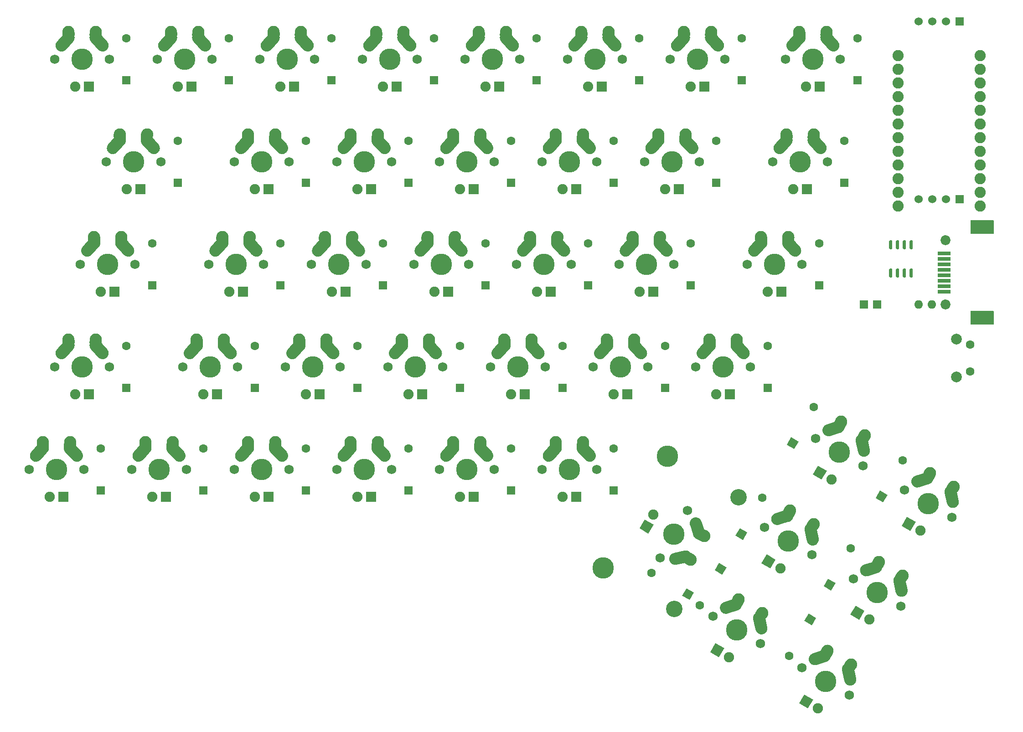
<source format=gbr>
G04 #@! TF.GenerationSoftware,KiCad,Pcbnew,(5.99.0-2039-g05a89863c)*
G04 #@! TF.CreationDate,2020-06-27T09:00:50+08:00*
G04 #@! TF.ProjectId,Keyboard-layout,4b657962-6f61-4726-942d-6c61796f7574,rev?*
G04 #@! TF.SameCoordinates,Original*
G04 #@! TF.FileFunction,Soldermask,Bot*
G04 #@! TF.FilePolarity,Negative*
%FSLAX46Y46*%
G04 Gerber Fmt 4.6, Leading zero omitted, Abs format (unit mm)*
G04 Created by KiCad (PCBNEW (5.99.0-2039-g05a89863c)) date 2020-06-27 09:00:50*
%MOMM*%
%LPD*%
G01*
G04 APERTURE LIST*
%ADD10C,2.250000*%
%ADD11R,1.905000X1.905000*%
%ADD12C,1.905000*%
%ADD13C,1.750000*%
%ADD14C,3.987800*%
%ADD15C,1.600000*%
%ADD16R,1.600000X1.600000*%
%ADD17C,1.524000*%
%ADD18R,1.524000X1.524000*%
%ADD19O,1.600000X1.600000*%
%ADD20C,2.082800*%
%ADD21C,2.000000*%
%ADD22C,1.850000*%
%ADD23R,2.400000X0.700000*%
%ADD24C,3.048000*%
G04 APERTURE END LIST*
D10*
X121602500Y-61595000D03*
D11*
X120332500Y-71755000D03*
D10*
X116522500Y-61595000D03*
X121562500Y-62675000D03*
G36*
G01*
X121484024Y-63297260D02*
X121484024Y-63297260D01*
G75*
G02*
X120440240Y-62096524I78476J1122260D01*
G01*
X120480794Y-61516562D01*
G75*
G02*
X121681530Y-60472778I1122260J-78476D01*
G01*
X121681530Y-60472778D01*
G75*
G02*
X122725314Y-61673514I-78476J-1122260D01*
G01*
X122684760Y-62253476D01*
G75*
G02*
X121484024Y-63297260I-1122260J78476D01*
G01*
G37*
G36*
G01*
X116443470Y-60472778D02*
X116443470Y-60472778D01*
G75*
G02*
X117644206Y-61516562I78476J-1122260D01*
G01*
X117684760Y-62096524D01*
G75*
G02*
X116640976Y-63297260I-1122260J-78476D01*
G01*
X116640976Y-63297260D01*
G75*
G02*
X115440240Y-62253476I-78476J1122260D01*
G01*
X115399686Y-61673514D01*
G75*
G02*
X116443470Y-60472778I1122260J78476D01*
G01*
G37*
D12*
X117792500Y-71755000D03*
G36*
G01*
X114499728Y-64971038D02*
X114499728Y-64971038D01*
G75*
G02*
X114416462Y-63382228I752772J836038D01*
G01*
X115729000Y-61924508D01*
G75*
G02*
X117317810Y-61841242I836038J-752772D01*
G01*
X117317810Y-61841242D01*
G75*
G02*
X117401076Y-63430052I-752772J-836038D01*
G01*
X116088538Y-64887772D01*
G75*
G02*
X114499728Y-64971038I-836038J752772D01*
G01*
G37*
G36*
G01*
X120807190Y-61841242D02*
X120807190Y-61841242D01*
G75*
G02*
X122396000Y-61924508I752772J-836038D01*
G01*
X123708538Y-63382228D01*
G75*
G02*
X123625272Y-64971038I-836038J-752772D01*
G01*
X123625272Y-64971038D01*
G75*
G02*
X122036462Y-64887772I-752772J836038D01*
G01*
X120723924Y-63430052D01*
G75*
G02*
X120807190Y-61841242I836038J752772D01*
G01*
G37*
D10*
X116562500Y-62675000D03*
D13*
X124142500Y-66675000D03*
X113982500Y-66675000D03*
D14*
X119062500Y-66675000D03*
D15*
X139116501Y-124034000D03*
G36*
X146964319Y-127641180D02*
G01*
X146164319Y-129026820D01*
X144778679Y-128226820D01*
X145578679Y-126841180D01*
X146964319Y-127641180D01*
G37*
X174937500Y-43725000D03*
D16*
X174937500Y-51525000D03*
D15*
X177318750Y-24675000D03*
D16*
X177318750Y-32475000D03*
D15*
X36825000Y-100875000D03*
D16*
X36825000Y-108675000D03*
D15*
X127312500Y-62775000D03*
D16*
X127312500Y-70575000D03*
G36*
G01*
X171490274Y-25197260D02*
X171490274Y-25197260D01*
G75*
G02*
X170446490Y-23996524I78476J1122260D01*
G01*
X170487044Y-23416562D01*
G75*
G02*
X171687780Y-22372778I1122260J-78476D01*
G01*
X171687780Y-22372778D01*
G75*
G02*
X172731564Y-23573514I-78476J-1122260D01*
G01*
X172691010Y-24153476D01*
G75*
G02*
X171490274Y-25197260I-1122260J78476D01*
G01*
G37*
G36*
G01*
X166449720Y-22372778D02*
X166449720Y-22372778D01*
G75*
G02*
X167650456Y-23416562I78476J-1122260D01*
G01*
X167691010Y-23996524D01*
G75*
G02*
X166647226Y-25197260I-1122260J-78476D01*
G01*
X166647226Y-25197260D01*
G75*
G02*
X165446490Y-24153476I-78476J1122260D01*
G01*
X165405936Y-23573514D01*
G75*
G02*
X166449720Y-22372778I1122260J78476D01*
G01*
G37*
D10*
X171608750Y-23495000D03*
D13*
X163988750Y-28575000D03*
D10*
X166568750Y-24575000D03*
D12*
X167798750Y-33655000D03*
D10*
X171568750Y-24575000D03*
G36*
G01*
X164505978Y-26871038D02*
X164505978Y-26871038D01*
G75*
G02*
X164422712Y-25282228I752772J836038D01*
G01*
X165735250Y-23824508D01*
G75*
G02*
X167324060Y-23741242I836038J-752772D01*
G01*
X167324060Y-23741242D01*
G75*
G02*
X167407326Y-25330052I-752772J-836038D01*
G01*
X166094788Y-26787772D01*
G75*
G02*
X164505978Y-26871038I-836038J752772D01*
G01*
G37*
D14*
X169068750Y-28575000D03*
D10*
X166528750Y-23495000D03*
G36*
G01*
X170813440Y-23741242D02*
X170813440Y-23741242D01*
G75*
G02*
X172402250Y-23824508I752772J-836038D01*
G01*
X173714788Y-25282228D01*
G75*
G02*
X173631522Y-26871038I-836038J-752772D01*
G01*
X173631522Y-26871038D01*
G75*
G02*
X172042712Y-26787772I-752772J836038D01*
G01*
X170730174Y-25330052D01*
G75*
G02*
X170813440Y-23741242I836038J752772D01*
G01*
G37*
D13*
X174148750Y-28575000D03*
D11*
X170338750Y-33655000D03*
D10*
X35877500Y-23495000D03*
D11*
X34607500Y-33655000D03*
D10*
X30797500Y-23495000D03*
X35837500Y-24575000D03*
G36*
G01*
X35759024Y-25197260D02*
X35759024Y-25197260D01*
G75*
G02*
X34715240Y-23996524I78476J1122260D01*
G01*
X34755794Y-23416562D01*
G75*
G02*
X35956530Y-22372778I1122260J-78476D01*
G01*
X35956530Y-22372778D01*
G75*
G02*
X37000314Y-23573514I-78476J-1122260D01*
G01*
X36959760Y-24153476D01*
G75*
G02*
X35759024Y-25197260I-1122260J78476D01*
G01*
G37*
G36*
G01*
X30718470Y-22372778D02*
X30718470Y-22372778D01*
G75*
G02*
X31919206Y-23416562I78476J-1122260D01*
G01*
X31959760Y-23996524D01*
G75*
G02*
X30915976Y-25197260I-1122260J-78476D01*
G01*
X30915976Y-25197260D01*
G75*
G02*
X29715240Y-24153476I-78476J1122260D01*
G01*
X29674686Y-23573514D01*
G75*
G02*
X30718470Y-22372778I1122260J78476D01*
G01*
G37*
D12*
X32067500Y-33655000D03*
G36*
G01*
X28774728Y-26871038D02*
X28774728Y-26871038D01*
G75*
G02*
X28691462Y-25282228I752772J836038D01*
G01*
X30004000Y-23824508D01*
G75*
G02*
X31592810Y-23741242I836038J-752772D01*
G01*
X31592810Y-23741242D01*
G75*
G02*
X31676076Y-25330052I-752772J-836038D01*
G01*
X30363538Y-26787772D01*
G75*
G02*
X28774728Y-26871038I-836038J752772D01*
G01*
G37*
G36*
G01*
X35082190Y-23741242D02*
X35082190Y-23741242D01*
G75*
G02*
X36671000Y-23824508I752772J-836038D01*
G01*
X37983538Y-25282228D01*
G75*
G02*
X37900272Y-26871038I-836038J-752772D01*
G01*
X37900272Y-26871038D01*
G75*
G02*
X36311462Y-26787772I-752772J836038D01*
G01*
X34998924Y-25330052D01*
G75*
G02*
X35082190Y-23741242I836038J752772D01*
G01*
G37*
D10*
X30837500Y-24575000D03*
D13*
X38417500Y-28575000D03*
X28257500Y-28575000D03*
D14*
X33337500Y-28575000D03*
D10*
X150177500Y-23495000D03*
D11*
X148907500Y-33655000D03*
D10*
X145097500Y-23495000D03*
X150137500Y-24575000D03*
G36*
G01*
X150059024Y-25197260D02*
X150059024Y-25197260D01*
G75*
G02*
X149015240Y-23996524I78476J1122260D01*
G01*
X149055794Y-23416562D01*
G75*
G02*
X150256530Y-22372778I1122260J-78476D01*
G01*
X150256530Y-22372778D01*
G75*
G02*
X151300314Y-23573514I-78476J-1122260D01*
G01*
X151259760Y-24153476D01*
G75*
G02*
X150059024Y-25197260I-1122260J78476D01*
G01*
G37*
G36*
G01*
X145018470Y-22372778D02*
X145018470Y-22372778D01*
G75*
G02*
X146219206Y-23416562I78476J-1122260D01*
G01*
X146259760Y-23996524D01*
G75*
G02*
X145215976Y-25197260I-1122260J-78476D01*
G01*
X145215976Y-25197260D01*
G75*
G02*
X144015240Y-24153476I-78476J1122260D01*
G01*
X143974686Y-23573514D01*
G75*
G02*
X145018470Y-22372778I1122260J78476D01*
G01*
G37*
D12*
X146367500Y-33655000D03*
G36*
G01*
X143074728Y-26871038D02*
X143074728Y-26871038D01*
G75*
G02*
X142991462Y-25282228I752772J836038D01*
G01*
X144304000Y-23824508D01*
G75*
G02*
X145892810Y-23741242I836038J-752772D01*
G01*
X145892810Y-23741242D01*
G75*
G02*
X145976076Y-25330052I-752772J-836038D01*
G01*
X144663538Y-26787772D01*
G75*
G02*
X143074728Y-26871038I-836038J752772D01*
G01*
G37*
G36*
G01*
X149382190Y-23741242D02*
X149382190Y-23741242D01*
G75*
G02*
X150971000Y-23824508I752772J-836038D01*
G01*
X152283538Y-25282228D01*
G75*
G02*
X152200272Y-26871038I-836038J-752772D01*
G01*
X152200272Y-26871038D01*
G75*
G02*
X150611462Y-26787772I-752772J836038D01*
G01*
X149298924Y-25330052D01*
G75*
G02*
X149382190Y-23741242I836038J752772D01*
G01*
G37*
D10*
X145137500Y-24575000D03*
D13*
X152717500Y-28575000D03*
X142557500Y-28575000D03*
D14*
X147637500Y-28575000D03*
D10*
X131127500Y-23495000D03*
D11*
X129857500Y-33655000D03*
D10*
X126047500Y-23495000D03*
X131087500Y-24575000D03*
G36*
G01*
X131009024Y-25197260D02*
X131009024Y-25197260D01*
G75*
G02*
X129965240Y-23996524I78476J1122260D01*
G01*
X130005794Y-23416562D01*
G75*
G02*
X131206530Y-22372778I1122260J-78476D01*
G01*
X131206530Y-22372778D01*
G75*
G02*
X132250314Y-23573514I-78476J-1122260D01*
G01*
X132209760Y-24153476D01*
G75*
G02*
X131009024Y-25197260I-1122260J78476D01*
G01*
G37*
G36*
G01*
X125968470Y-22372778D02*
X125968470Y-22372778D01*
G75*
G02*
X127169206Y-23416562I78476J-1122260D01*
G01*
X127209760Y-23996524D01*
G75*
G02*
X126165976Y-25197260I-1122260J-78476D01*
G01*
X126165976Y-25197260D01*
G75*
G02*
X124965240Y-24153476I-78476J1122260D01*
G01*
X124924686Y-23573514D01*
G75*
G02*
X125968470Y-22372778I1122260J78476D01*
G01*
G37*
D12*
X127317500Y-33655000D03*
G36*
G01*
X124024728Y-26871038D02*
X124024728Y-26871038D01*
G75*
G02*
X123941462Y-25282228I752772J836038D01*
G01*
X125254000Y-23824508D01*
G75*
G02*
X126842810Y-23741242I836038J-752772D01*
G01*
X126842810Y-23741242D01*
G75*
G02*
X126926076Y-25330052I-752772J-836038D01*
G01*
X125613538Y-26787772D01*
G75*
G02*
X124024728Y-26871038I-836038J752772D01*
G01*
G37*
G36*
G01*
X130332190Y-23741242D02*
X130332190Y-23741242D01*
G75*
G02*
X131921000Y-23824508I752772J-836038D01*
G01*
X133233538Y-25282228D01*
G75*
G02*
X133150272Y-26871038I-836038J-752772D01*
G01*
X133150272Y-26871038D01*
G75*
G02*
X131561462Y-26787772I-752772J836038D01*
G01*
X130248924Y-25330052D01*
G75*
G02*
X130332190Y-23741242I836038J752772D01*
G01*
G37*
D10*
X126087500Y-24575000D03*
D13*
X133667500Y-28575000D03*
X123507500Y-28575000D03*
D14*
X128587500Y-28575000D03*
D10*
X112077500Y-23495000D03*
D11*
X110807500Y-33655000D03*
D10*
X106997500Y-23495000D03*
X112037500Y-24575000D03*
G36*
G01*
X111959024Y-25197260D02*
X111959024Y-25197260D01*
G75*
G02*
X110915240Y-23996524I78476J1122260D01*
G01*
X110955794Y-23416562D01*
G75*
G02*
X112156530Y-22372778I1122260J-78476D01*
G01*
X112156530Y-22372778D01*
G75*
G02*
X113200314Y-23573514I-78476J-1122260D01*
G01*
X113159760Y-24153476D01*
G75*
G02*
X111959024Y-25197260I-1122260J78476D01*
G01*
G37*
G36*
G01*
X106918470Y-22372778D02*
X106918470Y-22372778D01*
G75*
G02*
X108119206Y-23416562I78476J-1122260D01*
G01*
X108159760Y-23996524D01*
G75*
G02*
X107115976Y-25197260I-1122260J-78476D01*
G01*
X107115976Y-25197260D01*
G75*
G02*
X105915240Y-24153476I-78476J1122260D01*
G01*
X105874686Y-23573514D01*
G75*
G02*
X106918470Y-22372778I1122260J78476D01*
G01*
G37*
D12*
X108267500Y-33655000D03*
G36*
G01*
X104974728Y-26871038D02*
X104974728Y-26871038D01*
G75*
G02*
X104891462Y-25282228I752772J836038D01*
G01*
X106204000Y-23824508D01*
G75*
G02*
X107792810Y-23741242I836038J-752772D01*
G01*
X107792810Y-23741242D01*
G75*
G02*
X107876076Y-25330052I-752772J-836038D01*
G01*
X106563538Y-26787772D01*
G75*
G02*
X104974728Y-26871038I-836038J752772D01*
G01*
G37*
G36*
G01*
X111282190Y-23741242D02*
X111282190Y-23741242D01*
G75*
G02*
X112871000Y-23824508I752772J-836038D01*
G01*
X114183538Y-25282228D01*
G75*
G02*
X114100272Y-26871038I-836038J-752772D01*
G01*
X114100272Y-26871038D01*
G75*
G02*
X112511462Y-26787772I-752772J836038D01*
G01*
X111198924Y-25330052D01*
G75*
G02*
X111282190Y-23741242I836038J752772D01*
G01*
G37*
D10*
X107037500Y-24575000D03*
D13*
X114617500Y-28575000D03*
X104457500Y-28575000D03*
D14*
X109537500Y-28575000D03*
D10*
X93027500Y-23495000D03*
D11*
X91757500Y-33655000D03*
D10*
X87947500Y-23495000D03*
X92987500Y-24575000D03*
G36*
G01*
X92909024Y-25197260D02*
X92909024Y-25197260D01*
G75*
G02*
X91865240Y-23996524I78476J1122260D01*
G01*
X91905794Y-23416562D01*
G75*
G02*
X93106530Y-22372778I1122260J-78476D01*
G01*
X93106530Y-22372778D01*
G75*
G02*
X94150314Y-23573514I-78476J-1122260D01*
G01*
X94109760Y-24153476D01*
G75*
G02*
X92909024Y-25197260I-1122260J78476D01*
G01*
G37*
G36*
G01*
X87868470Y-22372778D02*
X87868470Y-22372778D01*
G75*
G02*
X89069206Y-23416562I78476J-1122260D01*
G01*
X89109760Y-23996524D01*
G75*
G02*
X88065976Y-25197260I-1122260J-78476D01*
G01*
X88065976Y-25197260D01*
G75*
G02*
X86865240Y-24153476I-78476J1122260D01*
G01*
X86824686Y-23573514D01*
G75*
G02*
X87868470Y-22372778I1122260J78476D01*
G01*
G37*
D12*
X89217500Y-33655000D03*
G36*
G01*
X85924728Y-26871038D02*
X85924728Y-26871038D01*
G75*
G02*
X85841462Y-25282228I752772J836038D01*
G01*
X87154000Y-23824508D01*
G75*
G02*
X88742810Y-23741242I836038J-752772D01*
G01*
X88742810Y-23741242D01*
G75*
G02*
X88826076Y-25330052I-752772J-836038D01*
G01*
X87513538Y-26787772D01*
G75*
G02*
X85924728Y-26871038I-836038J752772D01*
G01*
G37*
G36*
G01*
X92232190Y-23741242D02*
X92232190Y-23741242D01*
G75*
G02*
X93821000Y-23824508I752772J-836038D01*
G01*
X95133538Y-25282228D01*
G75*
G02*
X95050272Y-26871038I-836038J-752772D01*
G01*
X95050272Y-26871038D01*
G75*
G02*
X93461462Y-26787772I-752772J836038D01*
G01*
X92148924Y-25330052D01*
G75*
G02*
X92232190Y-23741242I836038J752772D01*
G01*
G37*
D10*
X87987500Y-24575000D03*
D13*
X95567500Y-28575000D03*
X85407500Y-28575000D03*
D14*
X90487500Y-28575000D03*
D10*
X73977500Y-23495000D03*
D11*
X72707500Y-33655000D03*
D10*
X68897500Y-23495000D03*
X73937500Y-24575000D03*
G36*
G01*
X73859024Y-25197260D02*
X73859024Y-25197260D01*
G75*
G02*
X72815240Y-23996524I78476J1122260D01*
G01*
X72855794Y-23416562D01*
G75*
G02*
X74056530Y-22372778I1122260J-78476D01*
G01*
X74056530Y-22372778D01*
G75*
G02*
X75100314Y-23573514I-78476J-1122260D01*
G01*
X75059760Y-24153476D01*
G75*
G02*
X73859024Y-25197260I-1122260J78476D01*
G01*
G37*
G36*
G01*
X68818470Y-22372778D02*
X68818470Y-22372778D01*
G75*
G02*
X70019206Y-23416562I78476J-1122260D01*
G01*
X70059760Y-23996524D01*
G75*
G02*
X69015976Y-25197260I-1122260J-78476D01*
G01*
X69015976Y-25197260D01*
G75*
G02*
X67815240Y-24153476I-78476J1122260D01*
G01*
X67774686Y-23573514D01*
G75*
G02*
X68818470Y-22372778I1122260J78476D01*
G01*
G37*
D12*
X70167500Y-33655000D03*
G36*
G01*
X66874728Y-26871038D02*
X66874728Y-26871038D01*
G75*
G02*
X66791462Y-25282228I752772J836038D01*
G01*
X68104000Y-23824508D01*
G75*
G02*
X69692810Y-23741242I836038J-752772D01*
G01*
X69692810Y-23741242D01*
G75*
G02*
X69776076Y-25330052I-752772J-836038D01*
G01*
X68463538Y-26787772D01*
G75*
G02*
X66874728Y-26871038I-836038J752772D01*
G01*
G37*
G36*
G01*
X73182190Y-23741242D02*
X73182190Y-23741242D01*
G75*
G02*
X74771000Y-23824508I752772J-836038D01*
G01*
X76083538Y-25282228D01*
G75*
G02*
X76000272Y-26871038I-836038J-752772D01*
G01*
X76000272Y-26871038D01*
G75*
G02*
X74411462Y-26787772I-752772J836038D01*
G01*
X73098924Y-25330052D01*
G75*
G02*
X73182190Y-23741242I836038J752772D01*
G01*
G37*
D10*
X68937500Y-24575000D03*
D13*
X76517500Y-28575000D03*
X66357500Y-28575000D03*
D14*
X71437500Y-28575000D03*
D10*
X54927500Y-23495000D03*
D11*
X53657500Y-33655000D03*
D10*
X49847500Y-23495000D03*
X54887500Y-24575000D03*
G36*
G01*
X54809024Y-25197260D02*
X54809024Y-25197260D01*
G75*
G02*
X53765240Y-23996524I78476J1122260D01*
G01*
X53805794Y-23416562D01*
G75*
G02*
X55006530Y-22372778I1122260J-78476D01*
G01*
X55006530Y-22372778D01*
G75*
G02*
X56050314Y-23573514I-78476J-1122260D01*
G01*
X56009760Y-24153476D01*
G75*
G02*
X54809024Y-25197260I-1122260J78476D01*
G01*
G37*
G36*
G01*
X49768470Y-22372778D02*
X49768470Y-22372778D01*
G75*
G02*
X50969206Y-23416562I78476J-1122260D01*
G01*
X51009760Y-23996524D01*
G75*
G02*
X49965976Y-25197260I-1122260J-78476D01*
G01*
X49965976Y-25197260D01*
G75*
G02*
X48765240Y-24153476I-78476J1122260D01*
G01*
X48724686Y-23573514D01*
G75*
G02*
X49768470Y-22372778I1122260J78476D01*
G01*
G37*
D12*
X51117500Y-33655000D03*
G36*
G01*
X47824728Y-26871038D02*
X47824728Y-26871038D01*
G75*
G02*
X47741462Y-25282228I752772J836038D01*
G01*
X49054000Y-23824508D01*
G75*
G02*
X50642810Y-23741242I836038J-752772D01*
G01*
X50642810Y-23741242D01*
G75*
G02*
X50726076Y-25330052I-752772J-836038D01*
G01*
X49413538Y-26787772D01*
G75*
G02*
X47824728Y-26871038I-836038J752772D01*
G01*
G37*
G36*
G01*
X54132190Y-23741242D02*
X54132190Y-23741242D01*
G75*
G02*
X55721000Y-23824508I752772J-836038D01*
G01*
X57033538Y-25282228D01*
G75*
G02*
X56950272Y-26871038I-836038J-752772D01*
G01*
X56950272Y-26871038D01*
G75*
G02*
X55361462Y-26787772I-752772J836038D01*
G01*
X54048924Y-25330052D01*
G75*
G02*
X54132190Y-23741242I836038J752772D01*
G01*
G37*
D10*
X49887500Y-24575000D03*
D13*
X57467500Y-28575000D03*
X47307500Y-28575000D03*
D14*
X52387500Y-28575000D03*
D15*
X41587500Y-24675000D03*
D16*
X41587500Y-32475000D03*
D15*
X60637500Y-24675000D03*
D16*
X60637500Y-32475000D03*
G36*
G01*
X45284024Y-44247260D02*
X45284024Y-44247260D01*
G75*
G02*
X44240240Y-43046524I78476J1122260D01*
G01*
X44280794Y-42466562D01*
G75*
G02*
X45481530Y-41422778I1122260J-78476D01*
G01*
X45481530Y-41422778D01*
G75*
G02*
X46525314Y-42623514I-78476J-1122260D01*
G01*
X46484760Y-43203476D01*
G75*
G02*
X45284024Y-44247260I-1122260J78476D01*
G01*
G37*
G36*
G01*
X40243470Y-41422778D02*
X40243470Y-41422778D01*
G75*
G02*
X41444206Y-42466562I78476J-1122260D01*
G01*
X41484760Y-43046524D01*
G75*
G02*
X40440976Y-44247260I-1122260J-78476D01*
G01*
X40440976Y-44247260D01*
G75*
G02*
X39240240Y-43203476I-78476J1122260D01*
G01*
X39199686Y-42623514D01*
G75*
G02*
X40243470Y-41422778I1122260J78476D01*
G01*
G37*
D10*
X45402500Y-42545000D03*
D13*
X37782500Y-47625000D03*
D10*
X40362500Y-43625000D03*
D12*
X41592500Y-52705000D03*
D10*
X45362500Y-43625000D03*
G36*
G01*
X38299728Y-45921038D02*
X38299728Y-45921038D01*
G75*
G02*
X38216462Y-44332228I752772J836038D01*
G01*
X39529000Y-42874508D01*
G75*
G02*
X41117810Y-42791242I836038J-752772D01*
G01*
X41117810Y-42791242D01*
G75*
G02*
X41201076Y-44380052I-752772J-836038D01*
G01*
X39888538Y-45837772D01*
G75*
G02*
X38299728Y-45921038I-836038J752772D01*
G01*
G37*
D14*
X42862500Y-47625000D03*
D10*
X40322500Y-42545000D03*
G36*
G01*
X44607190Y-42791242D02*
X44607190Y-42791242D01*
G75*
G02*
X46196000Y-42874508I752772J-836038D01*
G01*
X47508538Y-44332228D01*
G75*
G02*
X47425272Y-45921038I-836038J-752772D01*
G01*
X47425272Y-45921038D01*
G75*
G02*
X45836462Y-45837772I-752772J836038D01*
G01*
X44523924Y-44380052D01*
G75*
G02*
X44607190Y-42791242I836038J752772D01*
G01*
G37*
D13*
X47942500Y-47625000D03*
D11*
X44132500Y-52705000D03*
G36*
G01*
X35759024Y-82347260D02*
X35759024Y-82347260D01*
G75*
G02*
X34715240Y-81146524I78476J1122260D01*
G01*
X34755794Y-80566562D01*
G75*
G02*
X35956530Y-79522778I1122260J-78476D01*
G01*
X35956530Y-79522778D01*
G75*
G02*
X37000314Y-80723514I-78476J-1122260D01*
G01*
X36959760Y-81303476D01*
G75*
G02*
X35759024Y-82347260I-1122260J78476D01*
G01*
G37*
G36*
G01*
X30718470Y-79522778D02*
X30718470Y-79522778D01*
G75*
G02*
X31919206Y-80566562I78476J-1122260D01*
G01*
X31959760Y-81146524D01*
G75*
G02*
X30915976Y-82347260I-1122260J-78476D01*
G01*
X30915976Y-82347260D01*
G75*
G02*
X29715240Y-81303476I-78476J1122260D01*
G01*
X29674686Y-80723514D01*
G75*
G02*
X30718470Y-79522778I1122260J78476D01*
G01*
G37*
D10*
X35877500Y-80645000D03*
D13*
X28257500Y-85725000D03*
D10*
X30837500Y-81725000D03*
D12*
X32067500Y-90805000D03*
D10*
X35837500Y-81725000D03*
G36*
G01*
X28774728Y-84021038D02*
X28774728Y-84021038D01*
G75*
G02*
X28691462Y-82432228I752772J836038D01*
G01*
X30004000Y-80974508D01*
G75*
G02*
X31592810Y-80891242I836038J-752772D01*
G01*
X31592810Y-80891242D01*
G75*
G02*
X31676076Y-82480052I-752772J-836038D01*
G01*
X30363538Y-83937772D01*
G75*
G02*
X28774728Y-84021038I-836038J752772D01*
G01*
G37*
D14*
X33337500Y-85725000D03*
D10*
X30797500Y-80645000D03*
G36*
G01*
X35082190Y-80891242D02*
X35082190Y-80891242D01*
G75*
G02*
X36671000Y-80974508I752772J-836038D01*
G01*
X37983538Y-82432228D01*
G75*
G02*
X37900272Y-84021038I-836038J-752772D01*
G01*
X37900272Y-84021038D01*
G75*
G02*
X36311462Y-83937772I-752772J836038D01*
G01*
X34998924Y-82480052D01*
G75*
G02*
X35082190Y-80891242I836038J752772D01*
G01*
G37*
D13*
X38417500Y-85725000D03*
D11*
X34607500Y-90805000D03*
G36*
G01*
X169109024Y-44247260D02*
X169109024Y-44247260D01*
G75*
G02*
X168065240Y-43046524I78476J1122260D01*
G01*
X168105794Y-42466562D01*
G75*
G02*
X169306530Y-41422778I1122260J-78476D01*
G01*
X169306530Y-41422778D01*
G75*
G02*
X170350314Y-42623514I-78476J-1122260D01*
G01*
X170309760Y-43203476D01*
G75*
G02*
X169109024Y-44247260I-1122260J78476D01*
G01*
G37*
G36*
G01*
X164068470Y-41422778D02*
X164068470Y-41422778D01*
G75*
G02*
X165269206Y-42466562I78476J-1122260D01*
G01*
X165309760Y-43046524D01*
G75*
G02*
X164265976Y-44247260I-1122260J-78476D01*
G01*
X164265976Y-44247260D01*
G75*
G02*
X163065240Y-43203476I-78476J1122260D01*
G01*
X163024686Y-42623514D01*
G75*
G02*
X164068470Y-41422778I1122260J78476D01*
G01*
G37*
D10*
X169227500Y-42545000D03*
D13*
X161607500Y-47625000D03*
D10*
X164187500Y-43625000D03*
D12*
X165417500Y-52705000D03*
D10*
X169187500Y-43625000D03*
G36*
G01*
X162124728Y-45921038D02*
X162124728Y-45921038D01*
G75*
G02*
X162041462Y-44332228I752772J836038D01*
G01*
X163354000Y-42874508D01*
G75*
G02*
X164942810Y-42791242I836038J-752772D01*
G01*
X164942810Y-42791242D01*
G75*
G02*
X165026076Y-44380052I-752772J-836038D01*
G01*
X163713538Y-45837772D01*
G75*
G02*
X162124728Y-45921038I-836038J752772D01*
G01*
G37*
D14*
X166687500Y-47625000D03*
D10*
X164147500Y-42545000D03*
G36*
G01*
X168432190Y-42791242D02*
X168432190Y-42791242D01*
G75*
G02*
X170021000Y-42874508I752772J-836038D01*
G01*
X171333538Y-44332228D01*
G75*
G02*
X171250272Y-45921038I-836038J-752772D01*
G01*
X171250272Y-45921038D01*
G75*
G02*
X169661462Y-45837772I-752772J836038D01*
G01*
X168348924Y-44380052D01*
G75*
G02*
X168432190Y-42791242I836038J752772D01*
G01*
G37*
D13*
X171767500Y-47625000D03*
D11*
X167957500Y-52705000D03*
D10*
X31115000Y-99695000D03*
D11*
X29845000Y-109855000D03*
D10*
X26035000Y-99695000D03*
X31075000Y-100775000D03*
G36*
G01*
X30996524Y-101397260D02*
X30996524Y-101397260D01*
G75*
G02*
X29952740Y-100196524I78476J1122260D01*
G01*
X29993294Y-99616562D01*
G75*
G02*
X31194030Y-98572778I1122260J-78476D01*
G01*
X31194030Y-98572778D01*
G75*
G02*
X32237814Y-99773514I-78476J-1122260D01*
G01*
X32197260Y-100353476D01*
G75*
G02*
X30996524Y-101397260I-1122260J78476D01*
G01*
G37*
G36*
G01*
X25955970Y-98572778D02*
X25955970Y-98572778D01*
G75*
G02*
X27156706Y-99616562I78476J-1122260D01*
G01*
X27197260Y-100196524D01*
G75*
G02*
X26153476Y-101397260I-1122260J-78476D01*
G01*
X26153476Y-101397260D01*
G75*
G02*
X24952740Y-100353476I-78476J1122260D01*
G01*
X24912186Y-99773514D01*
G75*
G02*
X25955970Y-98572778I1122260J78476D01*
G01*
G37*
D12*
X27305000Y-109855000D03*
G36*
G01*
X24012228Y-103071038D02*
X24012228Y-103071038D01*
G75*
G02*
X23928962Y-101482228I752772J836038D01*
G01*
X25241500Y-100024508D01*
G75*
G02*
X26830310Y-99941242I836038J-752772D01*
G01*
X26830310Y-99941242D01*
G75*
G02*
X26913576Y-101530052I-752772J-836038D01*
G01*
X25601038Y-102987772D01*
G75*
G02*
X24012228Y-103071038I-836038J752772D01*
G01*
G37*
G36*
G01*
X30319690Y-99941242D02*
X30319690Y-99941242D01*
G75*
G02*
X31908500Y-100024508I752772J-836038D01*
G01*
X33221038Y-101482228D01*
G75*
G02*
X33137772Y-103071038I-836038J-752772D01*
G01*
X33137772Y-103071038D01*
G75*
G02*
X31548962Y-102987772I-752772J836038D01*
G01*
X30236424Y-101530052D01*
G75*
G02*
X30319690Y-99941242I836038J752772D01*
G01*
G37*
D10*
X26075000Y-100775000D03*
D13*
X33655000Y-104775000D03*
X23495000Y-104775000D03*
D14*
X28575000Y-104775000D03*
D17*
X188722000Y-21590000D03*
X191262000Y-21590000D03*
X193802000Y-21590000D03*
D18*
X196342000Y-21590000D03*
D19*
X191135000Y-74168000D03*
D16*
X180975000Y-74168000D03*
D19*
X188722000Y-74168000D03*
D16*
X178562000Y-74168000D03*
G36*
G01*
X183365000Y-67459000D02*
X183665000Y-67459000D01*
G75*
G02*
X183815000Y-67609000I0J-150000D01*
G01*
X183815000Y-68959000D01*
G75*
G02*
X183665000Y-69109000I-150000J0D01*
G01*
X183365000Y-69109000D01*
G75*
G02*
X183215000Y-68959000I0J150000D01*
G01*
X183215000Y-67609000D01*
G75*
G02*
X183365000Y-67459000I150000J0D01*
G01*
G37*
G36*
G01*
X184635000Y-67459000D02*
X184935000Y-67459000D01*
G75*
G02*
X185085000Y-67609000I0J-150000D01*
G01*
X185085000Y-68959000D01*
G75*
G02*
X184935000Y-69109000I-150000J0D01*
G01*
X184635000Y-69109000D01*
G75*
G02*
X184485000Y-68959000I0J150000D01*
G01*
X184485000Y-67609000D01*
G75*
G02*
X184635000Y-67459000I150000J0D01*
G01*
G37*
G36*
G01*
X185905000Y-67459000D02*
X186205000Y-67459000D01*
G75*
G02*
X186355000Y-67609000I0J-150000D01*
G01*
X186355000Y-68959000D01*
G75*
G02*
X186205000Y-69109000I-150000J0D01*
G01*
X185905000Y-69109000D01*
G75*
G02*
X185755000Y-68959000I0J150000D01*
G01*
X185755000Y-67609000D01*
G75*
G02*
X185905000Y-67459000I150000J0D01*
G01*
G37*
G36*
G01*
X187175000Y-67459000D02*
X187475000Y-67459000D01*
G75*
G02*
X187625000Y-67609000I0J-150000D01*
G01*
X187625000Y-68959000D01*
G75*
G02*
X187475000Y-69109000I-150000J0D01*
G01*
X187175000Y-69109000D01*
G75*
G02*
X187025000Y-68959000I0J150000D01*
G01*
X187025000Y-67609000D01*
G75*
G02*
X187175000Y-67459000I150000J0D01*
G01*
G37*
G36*
G01*
X187175000Y-62209000D02*
X187475000Y-62209000D01*
G75*
G02*
X187625000Y-62359000I0J-150000D01*
G01*
X187625000Y-63709000D01*
G75*
G02*
X187475000Y-63859000I-150000J0D01*
G01*
X187175000Y-63859000D01*
G75*
G02*
X187025000Y-63709000I0J150000D01*
G01*
X187025000Y-62359000D01*
G75*
G02*
X187175000Y-62209000I150000J0D01*
G01*
G37*
G36*
G01*
X185905000Y-62209000D02*
X186205000Y-62209000D01*
G75*
G02*
X186355000Y-62359000I0J-150000D01*
G01*
X186355000Y-63709000D01*
G75*
G02*
X186205000Y-63859000I-150000J0D01*
G01*
X185905000Y-63859000D01*
G75*
G02*
X185755000Y-63709000I0J150000D01*
G01*
X185755000Y-62359000D01*
G75*
G02*
X185905000Y-62209000I150000J0D01*
G01*
G37*
G36*
G01*
X184635000Y-62209000D02*
X184935000Y-62209000D01*
G75*
G02*
X185085000Y-62359000I0J-150000D01*
G01*
X185085000Y-63709000D01*
G75*
G02*
X184935000Y-63859000I-150000J0D01*
G01*
X184635000Y-63859000D01*
G75*
G02*
X184485000Y-63709000I0J150000D01*
G01*
X184485000Y-62359000D01*
G75*
G02*
X184635000Y-62209000I150000J0D01*
G01*
G37*
G36*
G01*
X183365000Y-62209000D02*
X183665000Y-62209000D01*
G75*
G02*
X183815000Y-62359000I0J-150000D01*
G01*
X183815000Y-63709000D01*
G75*
G02*
X183665000Y-63859000I-150000J0D01*
G01*
X183365000Y-63859000D01*
G75*
G02*
X183215000Y-63709000I0J150000D01*
G01*
X183215000Y-62359000D01*
G75*
G02*
X183365000Y-62209000I150000J0D01*
G01*
G37*
D20*
X200152000Y-27940000D03*
X200152000Y-30480000D03*
X200152000Y-33020000D03*
X200152000Y-35560000D03*
X200152000Y-38100000D03*
X200152000Y-40640000D03*
X200152000Y-43180000D03*
X200152000Y-45720000D03*
X200152000Y-48260000D03*
X200152000Y-50800000D03*
X200152000Y-53340000D03*
X200152000Y-55880000D03*
X184912000Y-55880000D03*
X184912000Y-53340000D03*
X184912000Y-50800000D03*
X184912000Y-48260000D03*
X184912000Y-45720000D03*
X184912000Y-43180000D03*
X184912000Y-40640000D03*
X184912000Y-38100000D03*
X184912000Y-35560000D03*
X184912000Y-33020000D03*
X184912000Y-30480000D03*
X184912000Y-27940000D03*
D17*
X188722000Y-54610000D03*
X191262000Y-54610000D03*
X193802000Y-54610000D03*
D18*
X196342000Y-54610000D03*
D21*
X195697000Y-87574000D03*
X195747000Y-80574000D03*
D15*
X198247000Y-86574000D03*
X198247000Y-81574000D03*
D22*
X193680000Y-74169000D03*
X193680000Y-62229000D03*
G36*
G01*
X202579000Y-61049000D02*
X198381000Y-61049000D01*
G75*
G02*
X198330000Y-60998000I0J51000D01*
G01*
X198330000Y-58550000D01*
G75*
G02*
X198381000Y-58499000I51000J0D01*
G01*
X202579000Y-58499000D01*
G75*
G02*
X202630000Y-58550000I0J-51000D01*
G01*
X202630000Y-60998000D01*
G75*
G02*
X202579000Y-61049000I-51000J0D01*
G01*
G37*
G36*
G01*
X202579000Y-77899000D02*
X198381000Y-77899000D01*
G75*
G02*
X198330000Y-77848000I0J51000D01*
G01*
X198330000Y-75400000D01*
G75*
G02*
X198381000Y-75349000I51000J0D01*
G01*
X202579000Y-75349000D01*
G75*
G02*
X202630000Y-75400000I0J-51000D01*
G01*
X202630000Y-77848000D01*
G75*
G02*
X202579000Y-77899000I-51000J0D01*
G01*
G37*
G36*
G01*
X198381000Y-58499000D02*
X202579000Y-58499000D01*
G75*
G02*
X202630000Y-58550000I0J-51000D01*
G01*
X202630000Y-60998000D01*
G75*
G02*
X202579000Y-61049000I-51000J0D01*
G01*
X198381000Y-61049000D01*
G75*
G02*
X198330000Y-60998000I0J51000D01*
G01*
X198330000Y-58550000D01*
G75*
G02*
X198381000Y-58499000I51000J0D01*
G01*
G37*
G36*
G01*
X198381000Y-75349000D02*
X202579000Y-75349000D01*
G75*
G02*
X202630000Y-75400000I0J-51000D01*
G01*
X202630000Y-77848000D01*
G75*
G02*
X202579000Y-77899000I-51000J0D01*
G01*
X198381000Y-77899000D01*
G75*
G02*
X198330000Y-77848000I0J51000D01*
G01*
X198330000Y-75400000D01*
G75*
G02*
X198381000Y-75349000I51000J0D01*
G01*
G37*
X193680000Y-74169000D03*
X193680000Y-62229000D03*
D23*
X193405000Y-71769000D03*
X193405000Y-70749000D03*
X193405000Y-69729000D03*
X193405000Y-68709000D03*
X193405000Y-67689000D03*
X193405000Y-66669000D03*
X193405000Y-65649000D03*
X193405000Y-64629000D03*
G36*
G01*
X164397324Y-63297260D02*
X164397324Y-63297260D01*
G75*
G02*
X163353540Y-62096524I78476J1122260D01*
G01*
X163394094Y-61516562D01*
G75*
G02*
X164594830Y-60472778I1122260J-78476D01*
G01*
X164594830Y-60472778D01*
G75*
G02*
X165638614Y-61673514I-78476J-1122260D01*
G01*
X165598060Y-62253476D01*
G75*
G02*
X164397324Y-63297260I-1122260J78476D01*
G01*
G37*
G36*
G01*
X159356770Y-60472778D02*
X159356770Y-60472778D01*
G75*
G02*
X160557506Y-61516562I78476J-1122260D01*
G01*
X160598060Y-62096524D01*
G75*
G02*
X159554276Y-63297260I-1122260J-78476D01*
G01*
X159554276Y-63297260D01*
G75*
G02*
X158353540Y-62253476I-78476J1122260D01*
G01*
X158312986Y-61673514D01*
G75*
G02*
X159356770Y-60472778I1122260J78476D01*
G01*
G37*
D10*
X164515800Y-61595000D03*
D13*
X156895800Y-66675000D03*
D10*
X159475800Y-62675000D03*
D12*
X160705800Y-71755000D03*
D10*
X164475800Y-62675000D03*
G36*
G01*
X157413028Y-64971038D02*
X157413028Y-64971038D01*
G75*
G02*
X157329762Y-63382228I752772J836038D01*
G01*
X158642300Y-61924508D01*
G75*
G02*
X160231110Y-61841242I836038J-752772D01*
G01*
X160231110Y-61841242D01*
G75*
G02*
X160314376Y-63430052I-752772J-836038D01*
G01*
X159001838Y-64887772D01*
G75*
G02*
X157413028Y-64971038I-836038J752772D01*
G01*
G37*
D14*
X161975800Y-66675000D03*
D10*
X159435800Y-61595000D03*
G36*
G01*
X163720490Y-61841242D02*
X163720490Y-61841242D01*
G75*
G02*
X165309300Y-61924508I752772J-836038D01*
G01*
X166621838Y-63382228D01*
G75*
G02*
X166538572Y-64971038I-836038J-752772D01*
G01*
X166538572Y-64971038D01*
G75*
G02*
X164949762Y-64887772I-752772J836038D01*
G01*
X163637224Y-63430052D01*
G75*
G02*
X163720490Y-61841242I836038J752772D01*
G01*
G37*
D13*
X167055800Y-66675000D03*
D11*
X163245800Y-71755000D03*
D10*
X181303079Y-121953375D03*
G36*
X178624071Y-131038554D02*
G01*
X177671571Y-132688332D01*
X176021793Y-131735832D01*
X176974293Y-130086054D01*
X178624071Y-131038554D01*
G37*
X185702489Y-124493375D03*
X180797720Y-122908682D03*
G36*
G01*
X180554552Y-123486813D02*
X180554552Y-123486813D01*
G75*
G02*
X180036577Y-121982502I493168J1011143D01*
G01*
X180291437Y-121459962D01*
G75*
G02*
X181795748Y-120941987I1011143J-493168D01*
G01*
X181795748Y-120941987D01*
G75*
G02*
X182313723Y-122446298I-493168J-1011143D01*
G01*
X182058863Y-122968838D01*
G75*
G02*
X180554552Y-123486813I-1011143J493168D01*
G01*
G37*
G36*
G01*
X186332042Y-123561019D02*
X186332042Y-123561019D01*
G75*
G02*
X186635617Y-125122778I-629092J-932667D01*
G01*
X186310515Y-125604762D01*
G75*
G02*
X184748756Y-125908337I-932667J629092D01*
G01*
X184748756Y-125908337D01*
G75*
G02*
X184445181Y-124346578I629092J932667D01*
G01*
X184770283Y-123864594D01*
G75*
G02*
X186332042Y-123561019I932667J-629092D01*
G01*
G37*
D12*
X179522636Y-132657193D03*
G36*
G01*
X185766242Y-128428495D02*
X185766242Y-128428495D01*
G75*
G02*
X184431925Y-127561980I-233901J1100416D01*
G01*
X184024095Y-125643288D01*
G75*
G02*
X184890610Y-124308971I1100416J233901D01*
G01*
X184890610Y-124308971D01*
G75*
G02*
X186224927Y-125175486I233901J-1100416D01*
G01*
X186632757Y-127094178D01*
G75*
G02*
X185766242Y-128428495I-1100416J-233901D01*
G01*
G37*
G36*
G01*
X181868716Y-122564281D02*
X181868716Y-122564281D01*
G75*
G02*
X181146421Y-123981864I-1069939J-347644D01*
G01*
X179280871Y-124588018D01*
G75*
G02*
X177863288Y-123865723I-347644J1069939D01*
G01*
X177863288Y-123865723D01*
G75*
G02*
X178585583Y-122448140I1069939J347644D01*
G01*
X180451133Y-121841986D01*
G75*
G02*
X181868716Y-122564281I347644J-1069939D01*
G01*
G37*
D10*
X185127848Y-125408682D03*
D13*
X176563375Y-125082784D03*
X185362193Y-130162784D03*
D14*
X180962784Y-127622784D03*
D10*
X140652500Y-61595000D03*
D11*
X139382500Y-71755000D03*
D10*
X135572500Y-61595000D03*
X140612500Y-62675000D03*
G36*
G01*
X140534024Y-63297260D02*
X140534024Y-63297260D01*
G75*
G02*
X139490240Y-62096524I78476J1122260D01*
G01*
X139530794Y-61516562D01*
G75*
G02*
X140731530Y-60472778I1122260J-78476D01*
G01*
X140731530Y-60472778D01*
G75*
G02*
X141775314Y-61673514I-78476J-1122260D01*
G01*
X141734760Y-62253476D01*
G75*
G02*
X140534024Y-63297260I-1122260J78476D01*
G01*
G37*
G36*
G01*
X135493470Y-60472778D02*
X135493470Y-60472778D01*
G75*
G02*
X136694206Y-61516562I78476J-1122260D01*
G01*
X136734760Y-62096524D01*
G75*
G02*
X135690976Y-63297260I-1122260J-78476D01*
G01*
X135690976Y-63297260D01*
G75*
G02*
X134490240Y-62253476I-78476J1122260D01*
G01*
X134449686Y-61673514D01*
G75*
G02*
X135493470Y-60472778I1122260J78476D01*
G01*
G37*
D12*
X136842500Y-71755000D03*
G36*
G01*
X133549728Y-64971038D02*
X133549728Y-64971038D01*
G75*
G02*
X133466462Y-63382228I752772J836038D01*
G01*
X134779000Y-61924508D01*
G75*
G02*
X136367810Y-61841242I836038J-752772D01*
G01*
X136367810Y-61841242D01*
G75*
G02*
X136451076Y-63430052I-752772J-836038D01*
G01*
X135138538Y-64887772D01*
G75*
G02*
X133549728Y-64971038I-836038J752772D01*
G01*
G37*
G36*
G01*
X139857190Y-61841242D02*
X139857190Y-61841242D01*
G75*
G02*
X141446000Y-61924508I752772J-836038D01*
G01*
X142758538Y-63382228D01*
G75*
G02*
X142675272Y-64971038I-836038J-752772D01*
G01*
X142675272Y-64971038D01*
G75*
G02*
X141086462Y-64887772I-752772J836038D01*
G01*
X139773924Y-63430052D01*
G75*
G02*
X139857190Y-61841242I836038J752772D01*
G01*
G37*
D10*
X135612500Y-62675000D03*
D13*
X143192500Y-66675000D03*
X133032500Y-66675000D03*
D14*
X138112500Y-66675000D03*
X61912500Y-66675000D03*
D13*
X56832500Y-66675000D03*
X66992500Y-66675000D03*
D10*
X59412500Y-62675000D03*
G36*
G01*
X63657190Y-61841242D02*
X63657190Y-61841242D01*
G75*
G02*
X65246000Y-61924508I752772J-836038D01*
G01*
X66558538Y-63382228D01*
G75*
G02*
X66475272Y-64971038I-836038J-752772D01*
G01*
X66475272Y-64971038D01*
G75*
G02*
X64886462Y-64887772I-752772J836038D01*
G01*
X63573924Y-63430052D01*
G75*
G02*
X63657190Y-61841242I836038J752772D01*
G01*
G37*
G36*
G01*
X57349728Y-64971038D02*
X57349728Y-64971038D01*
G75*
G02*
X57266462Y-63382228I752772J836038D01*
G01*
X58579000Y-61924508D01*
G75*
G02*
X60167810Y-61841242I836038J-752772D01*
G01*
X60167810Y-61841242D01*
G75*
G02*
X60251076Y-63430052I-752772J-836038D01*
G01*
X58938538Y-64887772D01*
G75*
G02*
X57349728Y-64971038I-836038J752772D01*
G01*
G37*
D12*
X60642500Y-71755000D03*
G36*
G01*
X59293470Y-60472778D02*
X59293470Y-60472778D01*
G75*
G02*
X60494206Y-61516562I78476J-1122260D01*
G01*
X60534760Y-62096524D01*
G75*
G02*
X59490976Y-63297260I-1122260J-78476D01*
G01*
X59490976Y-63297260D01*
G75*
G02*
X58290240Y-62253476I-78476J1122260D01*
G01*
X58249686Y-61673514D01*
G75*
G02*
X59293470Y-60472778I1122260J78476D01*
G01*
G37*
G36*
G01*
X64334024Y-63297260D02*
X64334024Y-63297260D01*
G75*
G02*
X63290240Y-62096524I78476J1122260D01*
G01*
X63330794Y-61516562D01*
G75*
G02*
X64531530Y-60472778I1122260J-78476D01*
G01*
X64531530Y-60472778D01*
G75*
G02*
X65575314Y-61673514I-78476J-1122260D01*
G01*
X65534760Y-62253476D01*
G75*
G02*
X64334024Y-63297260I-1122260J78476D01*
G01*
G37*
D10*
X64412500Y-62675000D03*
X59372500Y-61595000D03*
D11*
X63182500Y-71755000D03*
D10*
X64452500Y-61595000D03*
X50165000Y-99695000D03*
D11*
X48895000Y-109855000D03*
D10*
X45085000Y-99695000D03*
X50125000Y-100775000D03*
G36*
G01*
X50046524Y-101397260D02*
X50046524Y-101397260D01*
G75*
G02*
X49002740Y-100196524I78476J1122260D01*
G01*
X49043294Y-99616562D01*
G75*
G02*
X50244030Y-98572778I1122260J-78476D01*
G01*
X50244030Y-98572778D01*
G75*
G02*
X51287814Y-99773514I-78476J-1122260D01*
G01*
X51247260Y-100353476D01*
G75*
G02*
X50046524Y-101397260I-1122260J78476D01*
G01*
G37*
G36*
G01*
X45005970Y-98572778D02*
X45005970Y-98572778D01*
G75*
G02*
X46206706Y-99616562I78476J-1122260D01*
G01*
X46247260Y-100196524D01*
G75*
G02*
X45203476Y-101397260I-1122260J-78476D01*
G01*
X45203476Y-101397260D01*
G75*
G02*
X44002740Y-100353476I-78476J1122260D01*
G01*
X43962186Y-99773514D01*
G75*
G02*
X45005970Y-98572778I1122260J78476D01*
G01*
G37*
D12*
X46355000Y-109855000D03*
G36*
G01*
X43062228Y-103071038D02*
X43062228Y-103071038D01*
G75*
G02*
X42978962Y-101482228I752772J836038D01*
G01*
X44291500Y-100024508D01*
G75*
G02*
X45880310Y-99941242I836038J-752772D01*
G01*
X45880310Y-99941242D01*
G75*
G02*
X45963576Y-101530052I-752772J-836038D01*
G01*
X44651038Y-102987772D01*
G75*
G02*
X43062228Y-103071038I-836038J752772D01*
G01*
G37*
G36*
G01*
X49369690Y-99941242D02*
X49369690Y-99941242D01*
G75*
G02*
X50958500Y-100024508I752772J-836038D01*
G01*
X52271038Y-101482228D01*
G75*
G02*
X52187772Y-103071038I-836038J-752772D01*
G01*
X52187772Y-103071038D01*
G75*
G02*
X50598962Y-102987772I-752772J836038D01*
G01*
X49286424Y-101530052D01*
G75*
G02*
X49369690Y-99941242I836038J752772D01*
G01*
G37*
D10*
X45125000Y-100775000D03*
D13*
X52705000Y-104775000D03*
X42545000Y-104775000D03*
D14*
X47625000Y-104775000D03*
D10*
X69215000Y-99695000D03*
D11*
X67945000Y-109855000D03*
D10*
X64135000Y-99695000D03*
X69175000Y-100775000D03*
G36*
G01*
X69096524Y-101397260D02*
X69096524Y-101397260D01*
G75*
G02*
X68052740Y-100196524I78476J1122260D01*
G01*
X68093294Y-99616562D01*
G75*
G02*
X69294030Y-98572778I1122260J-78476D01*
G01*
X69294030Y-98572778D01*
G75*
G02*
X70337814Y-99773514I-78476J-1122260D01*
G01*
X70297260Y-100353476D01*
G75*
G02*
X69096524Y-101397260I-1122260J78476D01*
G01*
G37*
G36*
G01*
X64055970Y-98572778D02*
X64055970Y-98572778D01*
G75*
G02*
X65256706Y-99616562I78476J-1122260D01*
G01*
X65297260Y-100196524D01*
G75*
G02*
X64253476Y-101397260I-1122260J-78476D01*
G01*
X64253476Y-101397260D01*
G75*
G02*
X63052740Y-100353476I-78476J1122260D01*
G01*
X63012186Y-99773514D01*
G75*
G02*
X64055970Y-98572778I1122260J78476D01*
G01*
G37*
D12*
X65405000Y-109855000D03*
G36*
G01*
X62112228Y-103071038D02*
X62112228Y-103071038D01*
G75*
G02*
X62028962Y-101482228I752772J836038D01*
G01*
X63341500Y-100024508D01*
G75*
G02*
X64930310Y-99941242I836038J-752772D01*
G01*
X64930310Y-99941242D01*
G75*
G02*
X65013576Y-101530052I-752772J-836038D01*
G01*
X63701038Y-102987772D01*
G75*
G02*
X62112228Y-103071038I-836038J752772D01*
G01*
G37*
G36*
G01*
X68419690Y-99941242D02*
X68419690Y-99941242D01*
G75*
G02*
X70008500Y-100024508I752772J-836038D01*
G01*
X71321038Y-101482228D01*
G75*
G02*
X71237772Y-103071038I-836038J-752772D01*
G01*
X71237772Y-103071038D01*
G75*
G02*
X69648962Y-102987772I-752772J836038D01*
G01*
X68336424Y-101530052D01*
G75*
G02*
X68419690Y-99941242I836038J752772D01*
G01*
G37*
D10*
X64175000Y-100775000D03*
D13*
X71755000Y-104775000D03*
X61595000Y-104775000D03*
D14*
X66675000Y-104775000D03*
D10*
X155280295Y-128926159D03*
G36*
X152601287Y-138011338D02*
G01*
X151648787Y-139661116D01*
X149999009Y-138708616D01*
X150951509Y-137058838D01*
X152601287Y-138011338D01*
G37*
X159679705Y-131466159D03*
X154774936Y-129881466D03*
G36*
G01*
X154531768Y-130459597D02*
X154531768Y-130459597D01*
G75*
G02*
X154013793Y-128955286I493168J1011143D01*
G01*
X154268653Y-128432746D01*
G75*
G02*
X155772964Y-127914771I1011143J-493168D01*
G01*
X155772964Y-127914771D01*
G75*
G02*
X156290939Y-129419082I-493168J-1011143D01*
G01*
X156036079Y-129941622D01*
G75*
G02*
X154531768Y-130459597I-1011143J493168D01*
G01*
G37*
G36*
G01*
X160309258Y-130533803D02*
X160309258Y-130533803D01*
G75*
G02*
X160612833Y-132095562I-629092J-932667D01*
G01*
X160287731Y-132577546D01*
G75*
G02*
X158725972Y-132881121I-932667J629092D01*
G01*
X158725972Y-132881121D01*
G75*
G02*
X158422397Y-131319362I629092J932667D01*
G01*
X158747499Y-130837378D01*
G75*
G02*
X160309258Y-130533803I932667J-629092D01*
G01*
G37*
D12*
X153499852Y-139629977D03*
G36*
G01*
X159743458Y-135401279D02*
X159743458Y-135401279D01*
G75*
G02*
X158409141Y-134534764I-233901J1100416D01*
G01*
X158001311Y-132616072D01*
G75*
G02*
X158867826Y-131281755I1100416J233901D01*
G01*
X158867826Y-131281755D01*
G75*
G02*
X160202143Y-132148270I233901J-1100416D01*
G01*
X160609973Y-134066962D01*
G75*
G02*
X159743458Y-135401279I-1100416J-233901D01*
G01*
G37*
G36*
G01*
X155845932Y-129537065D02*
X155845932Y-129537065D01*
G75*
G02*
X155123637Y-130954648I-1069939J-347644D01*
G01*
X153258087Y-131560802D01*
G75*
G02*
X151840504Y-130838507I-347644J1069939D01*
G01*
X151840504Y-130838507D01*
G75*
G02*
X152562799Y-129420924I1069939J347644D01*
G01*
X154428349Y-128814770D01*
G75*
G02*
X155845932Y-129537065I347644J-1069939D01*
G01*
G37*
D10*
X159105064Y-132381466D03*
D13*
X150540591Y-132055568D03*
X159339409Y-137135568D03*
D14*
X154940000Y-134595568D03*
X152400000Y-85725000D03*
D13*
X147320000Y-85725000D03*
X157480000Y-85725000D03*
D10*
X149900000Y-81725000D03*
G36*
G01*
X154144690Y-80891242D02*
X154144690Y-80891242D01*
G75*
G02*
X155733500Y-80974508I752772J-836038D01*
G01*
X157046038Y-82432228D01*
G75*
G02*
X156962772Y-84021038I-836038J-752772D01*
G01*
X156962772Y-84021038D01*
G75*
G02*
X155373962Y-83937772I-752772J836038D01*
G01*
X154061424Y-82480052D01*
G75*
G02*
X154144690Y-80891242I836038J752772D01*
G01*
G37*
G36*
G01*
X147837228Y-84021038D02*
X147837228Y-84021038D01*
G75*
G02*
X147753962Y-82432228I752772J836038D01*
G01*
X149066500Y-80974508D01*
G75*
G02*
X150655310Y-80891242I836038J-752772D01*
G01*
X150655310Y-80891242D01*
G75*
G02*
X150738576Y-82480052I-752772J-836038D01*
G01*
X149426038Y-83937772D01*
G75*
G02*
X147837228Y-84021038I-836038J752772D01*
G01*
G37*
D12*
X151130000Y-90805000D03*
G36*
G01*
X149780970Y-79522778D02*
X149780970Y-79522778D01*
G75*
G02*
X150981706Y-80566562I78476J-1122260D01*
G01*
X151022260Y-81146524D01*
G75*
G02*
X149978476Y-82347260I-1122260J-78476D01*
G01*
X149978476Y-82347260D01*
G75*
G02*
X148777740Y-81303476I-78476J1122260D01*
G01*
X148737186Y-80723514D01*
G75*
G02*
X149780970Y-79522778I1122260J78476D01*
G01*
G37*
G36*
G01*
X154821524Y-82347260D02*
X154821524Y-82347260D01*
G75*
G02*
X153777740Y-81146524I78476J1122260D01*
G01*
X153818294Y-80566562D01*
G75*
G02*
X155019030Y-79522778I1122260J-78476D01*
G01*
X155019030Y-79522778D01*
G75*
G02*
X156062814Y-80723514I-78476J-1122260D01*
G01*
X156022260Y-81303476D01*
G75*
G02*
X154821524Y-82347260I-1122260J78476D01*
G01*
G37*
D10*
X154900000Y-81725000D03*
X149860000Y-80645000D03*
D11*
X153670000Y-90805000D03*
D10*
X154940000Y-80645000D03*
X174330295Y-95930591D03*
G36*
X171651287Y-105015770D02*
G01*
X170698787Y-106665548D01*
X169049009Y-105713048D01*
X170001509Y-104063270D01*
X171651287Y-105015770D01*
G37*
X178729705Y-98470591D03*
X173824936Y-96885898D03*
G36*
G01*
X173581768Y-97464029D02*
X173581768Y-97464029D01*
G75*
G02*
X173063793Y-95959718I493168J1011143D01*
G01*
X173318653Y-95437178D01*
G75*
G02*
X174822964Y-94919203I1011143J-493168D01*
G01*
X174822964Y-94919203D01*
G75*
G02*
X175340939Y-96423514I-493168J-1011143D01*
G01*
X175086079Y-96946054D01*
G75*
G02*
X173581768Y-97464029I-1011143J493168D01*
G01*
G37*
G36*
G01*
X179359258Y-97538235D02*
X179359258Y-97538235D01*
G75*
G02*
X179662833Y-99099994I-629092J-932667D01*
G01*
X179337731Y-99581978D01*
G75*
G02*
X177775972Y-99885553I-932667J629092D01*
G01*
X177775972Y-99885553D01*
G75*
G02*
X177472397Y-98323794I629092J932667D01*
G01*
X177797499Y-97841810D01*
G75*
G02*
X179359258Y-97538235I932667J-629092D01*
G01*
G37*
D12*
X172549852Y-106634409D03*
G36*
G01*
X178793458Y-102405711D02*
X178793458Y-102405711D01*
G75*
G02*
X177459141Y-101539196I-233901J1100416D01*
G01*
X177051311Y-99620504D01*
G75*
G02*
X177917826Y-98286187I1100416J233901D01*
G01*
X177917826Y-98286187D01*
G75*
G02*
X179252143Y-99152702I233901J-1100416D01*
G01*
X179659973Y-101071394D01*
G75*
G02*
X178793458Y-102405711I-1100416J-233901D01*
G01*
G37*
G36*
G01*
X174895932Y-96541497D02*
X174895932Y-96541497D01*
G75*
G02*
X174173637Y-97959080I-1069939J-347644D01*
G01*
X172308087Y-98565234D01*
G75*
G02*
X170890504Y-97842939I-347644J1069939D01*
G01*
X170890504Y-97842939D01*
G75*
G02*
X171612799Y-96425356I1069939J347644D01*
G01*
X173478349Y-95819202D01*
G75*
G02*
X174895932Y-96541497I347644J-1069939D01*
G01*
G37*
D10*
X178155064Y-99385898D03*
D13*
X169590591Y-99060000D03*
X178389409Y-104140000D03*
D14*
X173990000Y-101600000D03*
D10*
X190828079Y-105455591D03*
G36*
X188149071Y-114540770D02*
G01*
X187196571Y-116190548D01*
X185546793Y-115238048D01*
X186499293Y-113588270D01*
X188149071Y-114540770D01*
G37*
X195227489Y-107995591D03*
X190322720Y-106410898D03*
G36*
G01*
X190079552Y-106989029D02*
X190079552Y-106989029D01*
G75*
G02*
X189561577Y-105484718I493168J1011143D01*
G01*
X189816437Y-104962178D01*
G75*
G02*
X191320748Y-104444203I1011143J-493168D01*
G01*
X191320748Y-104444203D01*
G75*
G02*
X191838723Y-105948514I-493168J-1011143D01*
G01*
X191583863Y-106471054D01*
G75*
G02*
X190079552Y-106989029I-1011143J493168D01*
G01*
G37*
G36*
G01*
X195857042Y-107063235D02*
X195857042Y-107063235D01*
G75*
G02*
X196160617Y-108624994I-629092J-932667D01*
G01*
X195835515Y-109106978D01*
G75*
G02*
X194273756Y-109410553I-932667J629092D01*
G01*
X194273756Y-109410553D01*
G75*
G02*
X193970181Y-107848794I629092J932667D01*
G01*
X194295283Y-107366810D01*
G75*
G02*
X195857042Y-107063235I932667J-629092D01*
G01*
G37*
D12*
X189047636Y-116159409D03*
G36*
G01*
X195291242Y-111930711D02*
X195291242Y-111930711D01*
G75*
G02*
X193956925Y-111064196I-233901J1100416D01*
G01*
X193549095Y-109145504D01*
G75*
G02*
X194415610Y-107811187I1100416J233901D01*
G01*
X194415610Y-107811187D01*
G75*
G02*
X195749927Y-108677702I233901J-1100416D01*
G01*
X196157757Y-110596394D01*
G75*
G02*
X195291242Y-111930711I-1100416J-233901D01*
G01*
G37*
G36*
G01*
X191393716Y-106066497D02*
X191393716Y-106066497D01*
G75*
G02*
X190671421Y-107484080I-1069939J-347644D01*
G01*
X188805871Y-108090234D01*
G75*
G02*
X187388288Y-107367939I-347644J1069939D01*
G01*
X187388288Y-107367939D01*
G75*
G02*
X188110583Y-105950356I1069939J347644D01*
G01*
X189976133Y-105344202D01*
G75*
G02*
X191393716Y-106066497I347644J-1069939D01*
G01*
G37*
D10*
X194652848Y-108910898D03*
D13*
X186088375Y-108585000D03*
X194887193Y-113665000D03*
D14*
X190487784Y-111125000D03*
D10*
X126365000Y-99695000D03*
D11*
X125095000Y-109855000D03*
D10*
X121285000Y-99695000D03*
X126325000Y-100775000D03*
G36*
G01*
X126246524Y-101397260D02*
X126246524Y-101397260D01*
G75*
G02*
X125202740Y-100196524I78476J1122260D01*
G01*
X125243294Y-99616562D01*
G75*
G02*
X126444030Y-98572778I1122260J-78476D01*
G01*
X126444030Y-98572778D01*
G75*
G02*
X127487814Y-99773514I-78476J-1122260D01*
G01*
X127447260Y-100353476D01*
G75*
G02*
X126246524Y-101397260I-1122260J78476D01*
G01*
G37*
G36*
G01*
X121205970Y-98572778D02*
X121205970Y-98572778D01*
G75*
G02*
X122406706Y-99616562I78476J-1122260D01*
G01*
X122447260Y-100196524D01*
G75*
G02*
X121403476Y-101397260I-1122260J-78476D01*
G01*
X121403476Y-101397260D01*
G75*
G02*
X120202740Y-100353476I-78476J1122260D01*
G01*
X120162186Y-99773514D01*
G75*
G02*
X121205970Y-98572778I1122260J78476D01*
G01*
G37*
D12*
X122555000Y-109855000D03*
G36*
G01*
X119262228Y-103071038D02*
X119262228Y-103071038D01*
G75*
G02*
X119178962Y-101482228I752772J836038D01*
G01*
X120491500Y-100024508D01*
G75*
G02*
X122080310Y-99941242I836038J-752772D01*
G01*
X122080310Y-99941242D01*
G75*
G02*
X122163576Y-101530052I-752772J-836038D01*
G01*
X120851038Y-102987772D01*
G75*
G02*
X119262228Y-103071038I-836038J752772D01*
G01*
G37*
G36*
G01*
X125569690Y-99941242D02*
X125569690Y-99941242D01*
G75*
G02*
X127158500Y-100024508I752772J-836038D01*
G01*
X128471038Y-101482228D01*
G75*
G02*
X128387772Y-103071038I-836038J-752772D01*
G01*
X128387772Y-103071038D01*
G75*
G02*
X126798962Y-102987772I-752772J836038D01*
G01*
X125486424Y-101530052D01*
G75*
G02*
X125569690Y-99941242I836038J752772D01*
G01*
G37*
D10*
X121325000Y-100775000D03*
D13*
X128905000Y-104775000D03*
X118745000Y-104775000D03*
D14*
X123825000Y-104775000D03*
X133350000Y-85725000D03*
D13*
X128270000Y-85725000D03*
X138430000Y-85725000D03*
D10*
X130850000Y-81725000D03*
G36*
G01*
X135094690Y-80891242D02*
X135094690Y-80891242D01*
G75*
G02*
X136683500Y-80974508I752772J-836038D01*
G01*
X137996038Y-82432228D01*
G75*
G02*
X137912772Y-84021038I-836038J-752772D01*
G01*
X137912772Y-84021038D01*
G75*
G02*
X136323962Y-83937772I-752772J836038D01*
G01*
X135011424Y-82480052D01*
G75*
G02*
X135094690Y-80891242I836038J752772D01*
G01*
G37*
G36*
G01*
X128787228Y-84021038D02*
X128787228Y-84021038D01*
G75*
G02*
X128703962Y-82432228I752772J836038D01*
G01*
X130016500Y-80974508D01*
G75*
G02*
X131605310Y-80891242I836038J-752772D01*
G01*
X131605310Y-80891242D01*
G75*
G02*
X131688576Y-82480052I-752772J-836038D01*
G01*
X130376038Y-83937772D01*
G75*
G02*
X128787228Y-84021038I-836038J752772D01*
G01*
G37*
D12*
X132080000Y-90805000D03*
G36*
G01*
X130730970Y-79522778D02*
X130730970Y-79522778D01*
G75*
G02*
X131931706Y-80566562I78476J-1122260D01*
G01*
X131972260Y-81146524D01*
G75*
G02*
X130928476Y-82347260I-1122260J-78476D01*
G01*
X130928476Y-82347260D01*
G75*
G02*
X129727740Y-81303476I-78476J1122260D01*
G01*
X129687186Y-80723514D01*
G75*
G02*
X130730970Y-79522778I1122260J78476D01*
G01*
G37*
G36*
G01*
X135771524Y-82347260D02*
X135771524Y-82347260D01*
G75*
G02*
X134727740Y-81146524I78476J1122260D01*
G01*
X134768294Y-80566562D01*
G75*
G02*
X135969030Y-79522778I1122260J-78476D01*
G01*
X135969030Y-79522778D01*
G75*
G02*
X137012814Y-80723514I-78476J-1122260D01*
G01*
X136972260Y-81303476D01*
G75*
G02*
X135771524Y-82347260I-1122260J78476D01*
G01*
G37*
D10*
X135850000Y-81725000D03*
X130810000Y-80645000D03*
D11*
X134620000Y-90805000D03*
D10*
X135890000Y-80645000D03*
X97790000Y-80645000D03*
D11*
X96520000Y-90805000D03*
D10*
X92710000Y-80645000D03*
X97750000Y-81725000D03*
G36*
G01*
X97671524Y-82347260D02*
X97671524Y-82347260D01*
G75*
G02*
X96627740Y-81146524I78476J1122260D01*
G01*
X96668294Y-80566562D01*
G75*
G02*
X97869030Y-79522778I1122260J-78476D01*
G01*
X97869030Y-79522778D01*
G75*
G02*
X98912814Y-80723514I-78476J-1122260D01*
G01*
X98872260Y-81303476D01*
G75*
G02*
X97671524Y-82347260I-1122260J78476D01*
G01*
G37*
G36*
G01*
X92630970Y-79522778D02*
X92630970Y-79522778D01*
G75*
G02*
X93831706Y-80566562I78476J-1122260D01*
G01*
X93872260Y-81146524D01*
G75*
G02*
X92828476Y-82347260I-1122260J-78476D01*
G01*
X92828476Y-82347260D01*
G75*
G02*
X91627740Y-81303476I-78476J1122260D01*
G01*
X91587186Y-80723514D01*
G75*
G02*
X92630970Y-79522778I1122260J78476D01*
G01*
G37*
D12*
X93980000Y-90805000D03*
G36*
G01*
X90687228Y-84021038D02*
X90687228Y-84021038D01*
G75*
G02*
X90603962Y-82432228I752772J836038D01*
G01*
X91916500Y-80974508D01*
G75*
G02*
X93505310Y-80891242I836038J-752772D01*
G01*
X93505310Y-80891242D01*
G75*
G02*
X93588576Y-82480052I-752772J-836038D01*
G01*
X92276038Y-83937772D01*
G75*
G02*
X90687228Y-84021038I-836038J752772D01*
G01*
G37*
G36*
G01*
X96994690Y-80891242D02*
X96994690Y-80891242D01*
G75*
G02*
X98583500Y-80974508I752772J-836038D01*
G01*
X99896038Y-82432228D01*
G75*
G02*
X99812772Y-84021038I-836038J-752772D01*
G01*
X99812772Y-84021038D01*
G75*
G02*
X98223962Y-83937772I-752772J836038D01*
G01*
X96911424Y-82480052D01*
G75*
G02*
X96994690Y-80891242I836038J752772D01*
G01*
G37*
D10*
X92750000Y-81725000D03*
D13*
X100330000Y-85725000D03*
X90170000Y-85725000D03*
D14*
X95250000Y-85725000D03*
D10*
X102552500Y-61595000D03*
D11*
X101282500Y-71755000D03*
D10*
X97472500Y-61595000D03*
X102512500Y-62675000D03*
G36*
G01*
X102434024Y-63297260D02*
X102434024Y-63297260D01*
G75*
G02*
X101390240Y-62096524I78476J1122260D01*
G01*
X101430794Y-61516562D01*
G75*
G02*
X102631530Y-60472778I1122260J-78476D01*
G01*
X102631530Y-60472778D01*
G75*
G02*
X103675314Y-61673514I-78476J-1122260D01*
G01*
X103634760Y-62253476D01*
G75*
G02*
X102434024Y-63297260I-1122260J78476D01*
G01*
G37*
G36*
G01*
X97393470Y-60472778D02*
X97393470Y-60472778D01*
G75*
G02*
X98594206Y-61516562I78476J-1122260D01*
G01*
X98634760Y-62096524D01*
G75*
G02*
X97590976Y-63297260I-1122260J-78476D01*
G01*
X97590976Y-63297260D01*
G75*
G02*
X96390240Y-62253476I-78476J1122260D01*
G01*
X96349686Y-61673514D01*
G75*
G02*
X97393470Y-60472778I1122260J78476D01*
G01*
G37*
D12*
X98742500Y-71755000D03*
G36*
G01*
X95449728Y-64971038D02*
X95449728Y-64971038D01*
G75*
G02*
X95366462Y-63382228I752772J836038D01*
G01*
X96679000Y-61924508D01*
G75*
G02*
X98267810Y-61841242I836038J-752772D01*
G01*
X98267810Y-61841242D01*
G75*
G02*
X98351076Y-63430052I-752772J-836038D01*
G01*
X97038538Y-64887772D01*
G75*
G02*
X95449728Y-64971038I-836038J752772D01*
G01*
G37*
G36*
G01*
X101757190Y-61841242D02*
X101757190Y-61841242D01*
G75*
G02*
X103346000Y-61924508I752772J-836038D01*
G01*
X104658538Y-63382228D01*
G75*
G02*
X104575272Y-64971038I-836038J-752772D01*
G01*
X104575272Y-64971038D01*
G75*
G02*
X102986462Y-64887772I-752772J836038D01*
G01*
X101673924Y-63430052D01*
G75*
G02*
X101757190Y-61841242I836038J752772D01*
G01*
G37*
D10*
X97512500Y-62675000D03*
D13*
X105092500Y-66675000D03*
X94932500Y-66675000D03*
D14*
X100012500Y-66675000D03*
D10*
X171778079Y-138451159D03*
G36*
X169099071Y-147536338D02*
G01*
X168146571Y-149186116D01*
X166496793Y-148233616D01*
X167449293Y-146583838D01*
X169099071Y-147536338D01*
G37*
X176177489Y-140991159D03*
X171272720Y-139406466D03*
G36*
G01*
X171029552Y-139984597D02*
X171029552Y-139984597D01*
G75*
G02*
X170511577Y-138480286I493168J1011143D01*
G01*
X170766437Y-137957746D01*
G75*
G02*
X172270748Y-137439771I1011143J-493168D01*
G01*
X172270748Y-137439771D01*
G75*
G02*
X172788723Y-138944082I-493168J-1011143D01*
G01*
X172533863Y-139466622D01*
G75*
G02*
X171029552Y-139984597I-1011143J493168D01*
G01*
G37*
G36*
G01*
X176807042Y-140058803D02*
X176807042Y-140058803D01*
G75*
G02*
X177110617Y-141620562I-629092J-932667D01*
G01*
X176785515Y-142102546D01*
G75*
G02*
X175223756Y-142406121I-932667J629092D01*
G01*
X175223756Y-142406121D01*
G75*
G02*
X174920181Y-140844362I629092J932667D01*
G01*
X175245283Y-140362378D01*
G75*
G02*
X176807042Y-140058803I932667J-629092D01*
G01*
G37*
D12*
X169997636Y-149154977D03*
G36*
G01*
X176241242Y-144926279D02*
X176241242Y-144926279D01*
G75*
G02*
X174906925Y-144059764I-233901J1100416D01*
G01*
X174499095Y-142141072D01*
G75*
G02*
X175365610Y-140806755I1100416J233901D01*
G01*
X175365610Y-140806755D01*
G75*
G02*
X176699927Y-141673270I233901J-1100416D01*
G01*
X177107757Y-143591962D01*
G75*
G02*
X176241242Y-144926279I-1100416J-233901D01*
G01*
G37*
G36*
G01*
X172343716Y-139062065D02*
X172343716Y-139062065D01*
G75*
G02*
X171621421Y-140479648I-1069939J-347644D01*
G01*
X169755871Y-141085802D01*
G75*
G02*
X168338288Y-140363507I-347644J1069939D01*
G01*
X168338288Y-140363507D01*
G75*
G02*
X169060583Y-138945924I1069939J347644D01*
G01*
X170926133Y-138339770D01*
G75*
G02*
X172343716Y-139062065I347644J-1069939D01*
G01*
G37*
D10*
X175602848Y-141906466D03*
D13*
X167038375Y-141580568D03*
X175837193Y-146660568D03*
D14*
X171437784Y-144120568D03*
D10*
X164805295Y-112428375D03*
G36*
X162126287Y-121513554D02*
G01*
X161173787Y-123163332D01*
X159524009Y-122210832D01*
X160476509Y-120561054D01*
X162126287Y-121513554D01*
G37*
X169204705Y-114968375D03*
X164299936Y-113383682D03*
G36*
G01*
X164056768Y-113961813D02*
X164056768Y-113961813D01*
G75*
G02*
X163538793Y-112457502I493168J1011143D01*
G01*
X163793653Y-111934962D01*
G75*
G02*
X165297964Y-111416987I1011143J-493168D01*
G01*
X165297964Y-111416987D01*
G75*
G02*
X165815939Y-112921298I-493168J-1011143D01*
G01*
X165561079Y-113443838D01*
G75*
G02*
X164056768Y-113961813I-1011143J493168D01*
G01*
G37*
G36*
G01*
X169834258Y-114036019D02*
X169834258Y-114036019D01*
G75*
G02*
X170137833Y-115597778I-629092J-932667D01*
G01*
X169812731Y-116079762D01*
G75*
G02*
X168250972Y-116383337I-932667J629092D01*
G01*
X168250972Y-116383337D01*
G75*
G02*
X167947397Y-114821578I629092J932667D01*
G01*
X168272499Y-114339594D01*
G75*
G02*
X169834258Y-114036019I932667J-629092D01*
G01*
G37*
D12*
X163024852Y-123132193D03*
G36*
G01*
X169268458Y-118903495D02*
X169268458Y-118903495D01*
G75*
G02*
X167934141Y-118036980I-233901J1100416D01*
G01*
X167526311Y-116118288D01*
G75*
G02*
X168392826Y-114783971I1100416J233901D01*
G01*
X168392826Y-114783971D01*
G75*
G02*
X169727143Y-115650486I233901J-1100416D01*
G01*
X170134973Y-117569178D01*
G75*
G02*
X169268458Y-118903495I-1100416J-233901D01*
G01*
G37*
G36*
G01*
X165370932Y-113039281D02*
X165370932Y-113039281D01*
G75*
G02*
X164648637Y-114456864I-1069939J-347644D01*
G01*
X162783087Y-115063018D01*
G75*
G02*
X161365504Y-114340723I-347644J1069939D01*
G01*
X161365504Y-114340723D01*
G75*
G02*
X162087799Y-112923140I1069939J347644D01*
G01*
X163953349Y-112316986D01*
G75*
G02*
X165370932Y-113039281I347644J-1069939D01*
G01*
G37*
D10*
X168630064Y-115883682D03*
D13*
X160065591Y-115557784D03*
X168864409Y-120637784D03*
D14*
X164465000Y-118097784D03*
D15*
X136837500Y-24675000D03*
D16*
X136837500Y-32475000D03*
D15*
X164674000Y-139394499D03*
G36*
X168281180Y-131546681D02*
G01*
X169666820Y-132346681D01*
X168866820Y-133732321D01*
X167481180Y-132932321D01*
X168281180Y-131546681D01*
G37*
X103500000Y-81825000D03*
D16*
X103500000Y-89625000D03*
D15*
X132075000Y-43725000D03*
D16*
X132075000Y-51525000D03*
D15*
X132075000Y-100875000D03*
D16*
X132075000Y-108675000D03*
D15*
X176067000Y-119431501D03*
G36*
X172459820Y-127279319D02*
G01*
X171074180Y-126479319D01*
X171874180Y-125093679D01*
X173259820Y-125893679D01*
X172459820Y-127279319D01*
G37*
X185719000Y-103048501D03*
G36*
X182111820Y-110896319D02*
G01*
X180726180Y-110096319D01*
X181526180Y-108710679D01*
X182911820Y-109510679D01*
X182111820Y-110896319D01*
G37*
X98737500Y-24675000D03*
D16*
X98737500Y-32475000D03*
D15*
X169209000Y-93142501D03*
G36*
X165601820Y-100990319D02*
G01*
X164216180Y-100190319D01*
X165016180Y-98804679D01*
X166401820Y-99604679D01*
X165601820Y-100990319D01*
G37*
X155887500Y-24675000D03*
D16*
X155887500Y-32475000D03*
D15*
X79687500Y-24675000D03*
D16*
X79687500Y-32475000D03*
D15*
X148037000Y-129996499D03*
G36*
X151644180Y-122148681D02*
G01*
X153029820Y-122948681D01*
X152229820Y-124334321D01*
X150844180Y-123534321D01*
X151644180Y-122148681D01*
G37*
X170225800Y-62775000D03*
D16*
X170225800Y-70575000D03*
D15*
X117787500Y-24675000D03*
D16*
X117787500Y-32475000D03*
D15*
X74925000Y-43725000D03*
D16*
X74925000Y-51525000D03*
D15*
X160650000Y-81825000D03*
D16*
X160650000Y-89625000D03*
D15*
X146362500Y-62775000D03*
D16*
X146362500Y-70575000D03*
D15*
X113025000Y-43725000D03*
D16*
X113025000Y-51525000D03*
D15*
X46350000Y-62775000D03*
D16*
X46350000Y-70575000D03*
D15*
X74925000Y-100875000D03*
D16*
X74925000Y-108675000D03*
D15*
X108262500Y-62775000D03*
D16*
X108262500Y-70575000D03*
D15*
X70162500Y-62775000D03*
D16*
X70162500Y-70575000D03*
D15*
X55875000Y-100875000D03*
D16*
X55875000Y-108675000D03*
D15*
X141600000Y-81825000D03*
D16*
X141600000Y-89625000D03*
D15*
X65400000Y-81825000D03*
D16*
X65400000Y-89625000D03*
D15*
X41587500Y-81825000D03*
D16*
X41587500Y-89625000D03*
D15*
X113025000Y-100875000D03*
D16*
X113025000Y-108675000D03*
D15*
X51112500Y-43725000D03*
D16*
X51112500Y-51525000D03*
D15*
X122550000Y-81825000D03*
D16*
X122550000Y-89625000D03*
D15*
X93975000Y-43725000D03*
D16*
X93975000Y-51525000D03*
D15*
X84450000Y-81825000D03*
D16*
X84450000Y-89625000D03*
G36*
G01*
X144919164Y-120607649D02*
X144919164Y-120607649D01*
G75*
G02*
X146480923Y-120304074I932667J-629092D01*
G01*
X146962907Y-120629176D01*
G75*
G02*
X147266482Y-122190935I-629092J-932667D01*
G01*
X147266482Y-122190935D01*
G75*
G02*
X145704723Y-122494510I-932667J629092D01*
G01*
X145222739Y-122169408D01*
G75*
G02*
X144919164Y-120607649I629092J932667D01*
G01*
G37*
G36*
G01*
X149885514Y-117654641D02*
X149885514Y-117654641D01*
G75*
G02*
X148381203Y-118172616I-1011143J493168D01*
G01*
X147858663Y-117917756D01*
G75*
G02*
X147340688Y-116413445I493168J1011143D01*
G01*
X147340688Y-116413445D01*
G75*
G02*
X148844999Y-115895470I1011143J-493168D01*
G01*
X149367539Y-116150330D01*
G75*
G02*
X149885514Y-117654641I-493168J-1011143D01*
G01*
G37*
D10*
X146334126Y-121561382D03*
D13*
X145744717Y-112422268D03*
D10*
X147918819Y-116656613D03*
D12*
X139440308Y-113181825D03*
D10*
X145418819Y-120986741D03*
G36*
G01*
X146961778Y-113722181D02*
X146961778Y-113722181D01*
G75*
G02*
X148379361Y-114444476I347644J-1069939D01*
G01*
X148985515Y-116310026D01*
G75*
G02*
X148263220Y-117727609I-1069939J-347644D01*
G01*
X148263220Y-117727609D01*
G75*
G02*
X146845637Y-117005314I-347644J1069939D01*
G01*
X146239483Y-115139764D01*
G75*
G02*
X146961778Y-113722181I1069939J347644D01*
G01*
G37*
D14*
X143204717Y-116821677D03*
D10*
X148874126Y-117161972D03*
G36*
G01*
X146518530Y-120749503D02*
X146518530Y-120749503D01*
G75*
G02*
X145652015Y-122083820I-1100416J-233901D01*
G01*
X143733323Y-122491650D01*
G75*
G02*
X142399006Y-121625135I-233901J1100416D01*
G01*
X142399006Y-121625135D01*
G75*
G02*
X143265521Y-120290818I1100416J233901D01*
G01*
X145184213Y-119882988D01*
G75*
G02*
X146518530Y-120749503I233901J-1100416D01*
G01*
G37*
D13*
X140664717Y-121221086D03*
G36*
X137821669Y-114080390D02*
G01*
X139471447Y-115032890D01*
X138518947Y-116682668D01*
X136869169Y-115730168D01*
X137821669Y-114080390D01*
G37*
D14*
X130086677Y-123032788D03*
X142024677Y-102355566D03*
D24*
X143284904Y-130652788D03*
X155222904Y-109975566D03*
D15*
X93975000Y-100875000D03*
D16*
X93975000Y-108675000D03*
D15*
X151125000Y-43725000D03*
D16*
X151125000Y-51525000D03*
D15*
X89212500Y-62775000D03*
D16*
X89212500Y-70575000D03*
D15*
X159684000Y-110033501D03*
G36*
X156076820Y-117881319D02*
G01*
X154691180Y-117081319D01*
X155491180Y-115695679D01*
X156876820Y-116495679D01*
X156076820Y-117881319D01*
G37*
D10*
X145415000Y-42545000D03*
D11*
X144145000Y-52705000D03*
D10*
X140335000Y-42545000D03*
X145375000Y-43625000D03*
G36*
G01*
X145296524Y-44247260D02*
X145296524Y-44247260D01*
G75*
G02*
X144252740Y-43046524I78476J1122260D01*
G01*
X144293294Y-42466562D01*
G75*
G02*
X145494030Y-41422778I1122260J-78476D01*
G01*
X145494030Y-41422778D01*
G75*
G02*
X146537814Y-42623514I-78476J-1122260D01*
G01*
X146497260Y-43203476D01*
G75*
G02*
X145296524Y-44247260I-1122260J78476D01*
G01*
G37*
G36*
G01*
X140255970Y-41422778D02*
X140255970Y-41422778D01*
G75*
G02*
X141456706Y-42466562I78476J-1122260D01*
G01*
X141497260Y-43046524D01*
G75*
G02*
X140453476Y-44247260I-1122260J-78476D01*
G01*
X140453476Y-44247260D01*
G75*
G02*
X139252740Y-43203476I-78476J1122260D01*
G01*
X139212186Y-42623514D01*
G75*
G02*
X140255970Y-41422778I1122260J78476D01*
G01*
G37*
D12*
X141605000Y-52705000D03*
G36*
G01*
X138312228Y-45921038D02*
X138312228Y-45921038D01*
G75*
G02*
X138228962Y-44332228I752772J836038D01*
G01*
X139541500Y-42874508D01*
G75*
G02*
X141130310Y-42791242I836038J-752772D01*
G01*
X141130310Y-42791242D01*
G75*
G02*
X141213576Y-44380052I-752772J-836038D01*
G01*
X139901038Y-45837772D01*
G75*
G02*
X138312228Y-45921038I-836038J752772D01*
G01*
G37*
G36*
G01*
X144619690Y-42791242D02*
X144619690Y-42791242D01*
G75*
G02*
X146208500Y-42874508I752772J-836038D01*
G01*
X147521038Y-44332228D01*
G75*
G02*
X147437772Y-45921038I-836038J-752772D01*
G01*
X147437772Y-45921038D01*
G75*
G02*
X145848962Y-45837772I-752772J836038D01*
G01*
X144536424Y-44380052D01*
G75*
G02*
X144619690Y-42791242I836038J752772D01*
G01*
G37*
D10*
X140375000Y-43625000D03*
D13*
X147955000Y-47625000D03*
X137795000Y-47625000D03*
D14*
X142875000Y-47625000D03*
D10*
X59690000Y-80645000D03*
D11*
X58420000Y-90805000D03*
D10*
X54610000Y-80645000D03*
X59650000Y-81725000D03*
G36*
G01*
X59571524Y-82347260D02*
X59571524Y-82347260D01*
G75*
G02*
X58527740Y-81146524I78476J1122260D01*
G01*
X58568294Y-80566562D01*
G75*
G02*
X59769030Y-79522778I1122260J-78476D01*
G01*
X59769030Y-79522778D01*
G75*
G02*
X60812814Y-80723514I-78476J-1122260D01*
G01*
X60772260Y-81303476D01*
G75*
G02*
X59571524Y-82347260I-1122260J78476D01*
G01*
G37*
G36*
G01*
X54530970Y-79522778D02*
X54530970Y-79522778D01*
G75*
G02*
X55731706Y-80566562I78476J-1122260D01*
G01*
X55772260Y-81146524D01*
G75*
G02*
X54728476Y-82347260I-1122260J-78476D01*
G01*
X54728476Y-82347260D01*
G75*
G02*
X53527740Y-81303476I-78476J1122260D01*
G01*
X53487186Y-80723514D01*
G75*
G02*
X54530970Y-79522778I1122260J78476D01*
G01*
G37*
D12*
X55880000Y-90805000D03*
G36*
G01*
X52587228Y-84021038D02*
X52587228Y-84021038D01*
G75*
G02*
X52503962Y-82432228I752772J836038D01*
G01*
X53816500Y-80974508D01*
G75*
G02*
X55405310Y-80891242I836038J-752772D01*
G01*
X55405310Y-80891242D01*
G75*
G02*
X55488576Y-82480052I-752772J-836038D01*
G01*
X54176038Y-83937772D01*
G75*
G02*
X52587228Y-84021038I-836038J752772D01*
G01*
G37*
G36*
G01*
X58894690Y-80891242D02*
X58894690Y-80891242D01*
G75*
G02*
X60483500Y-80974508I752772J-836038D01*
G01*
X61796038Y-82432228D01*
G75*
G02*
X61712772Y-84021038I-836038J-752772D01*
G01*
X61712772Y-84021038D01*
G75*
G02*
X60123962Y-83937772I-752772J836038D01*
G01*
X58811424Y-82480052D01*
G75*
G02*
X58894690Y-80891242I836038J752772D01*
G01*
G37*
D10*
X54650000Y-81725000D03*
D13*
X62230000Y-85725000D03*
X52070000Y-85725000D03*
D14*
X57150000Y-85725000D03*
D10*
X116840000Y-80645000D03*
D11*
X115570000Y-90805000D03*
D10*
X111760000Y-80645000D03*
X116800000Y-81725000D03*
G36*
G01*
X116721524Y-82347260D02*
X116721524Y-82347260D01*
G75*
G02*
X115677740Y-81146524I78476J1122260D01*
G01*
X115718294Y-80566562D01*
G75*
G02*
X116919030Y-79522778I1122260J-78476D01*
G01*
X116919030Y-79522778D01*
G75*
G02*
X117962814Y-80723514I-78476J-1122260D01*
G01*
X117922260Y-81303476D01*
G75*
G02*
X116721524Y-82347260I-1122260J78476D01*
G01*
G37*
G36*
G01*
X111680970Y-79522778D02*
X111680970Y-79522778D01*
G75*
G02*
X112881706Y-80566562I78476J-1122260D01*
G01*
X112922260Y-81146524D01*
G75*
G02*
X111878476Y-82347260I-1122260J-78476D01*
G01*
X111878476Y-82347260D01*
G75*
G02*
X110677740Y-81303476I-78476J1122260D01*
G01*
X110637186Y-80723514D01*
G75*
G02*
X111680970Y-79522778I1122260J78476D01*
G01*
G37*
D12*
X113030000Y-90805000D03*
G36*
G01*
X109737228Y-84021038D02*
X109737228Y-84021038D01*
G75*
G02*
X109653962Y-82432228I752772J836038D01*
G01*
X110966500Y-80974508D01*
G75*
G02*
X112555310Y-80891242I836038J-752772D01*
G01*
X112555310Y-80891242D01*
G75*
G02*
X112638576Y-82480052I-752772J-836038D01*
G01*
X111326038Y-83937772D01*
G75*
G02*
X109737228Y-84021038I-836038J752772D01*
G01*
G37*
G36*
G01*
X116044690Y-80891242D02*
X116044690Y-80891242D01*
G75*
G02*
X117633500Y-80974508I752772J-836038D01*
G01*
X118946038Y-82432228D01*
G75*
G02*
X118862772Y-84021038I-836038J-752772D01*
G01*
X118862772Y-84021038D01*
G75*
G02*
X117273962Y-83937772I-752772J836038D01*
G01*
X115961424Y-82480052D01*
G75*
G02*
X116044690Y-80891242I836038J752772D01*
G01*
G37*
D10*
X111800000Y-81725000D03*
D13*
X119380000Y-85725000D03*
X109220000Y-85725000D03*
D14*
X114300000Y-85725000D03*
D10*
X78740000Y-80645000D03*
D11*
X77470000Y-90805000D03*
D10*
X73660000Y-80645000D03*
X78700000Y-81725000D03*
G36*
G01*
X78621524Y-82347260D02*
X78621524Y-82347260D01*
G75*
G02*
X77577740Y-81146524I78476J1122260D01*
G01*
X77618294Y-80566562D01*
G75*
G02*
X78819030Y-79522778I1122260J-78476D01*
G01*
X78819030Y-79522778D01*
G75*
G02*
X79862814Y-80723514I-78476J-1122260D01*
G01*
X79822260Y-81303476D01*
G75*
G02*
X78621524Y-82347260I-1122260J78476D01*
G01*
G37*
G36*
G01*
X73580970Y-79522778D02*
X73580970Y-79522778D01*
G75*
G02*
X74781706Y-80566562I78476J-1122260D01*
G01*
X74822260Y-81146524D01*
G75*
G02*
X73778476Y-82347260I-1122260J-78476D01*
G01*
X73778476Y-82347260D01*
G75*
G02*
X72577740Y-81303476I-78476J1122260D01*
G01*
X72537186Y-80723514D01*
G75*
G02*
X73580970Y-79522778I1122260J78476D01*
G01*
G37*
D12*
X74930000Y-90805000D03*
G36*
G01*
X71637228Y-84021038D02*
X71637228Y-84021038D01*
G75*
G02*
X71553962Y-82432228I752772J836038D01*
G01*
X72866500Y-80974508D01*
G75*
G02*
X74455310Y-80891242I836038J-752772D01*
G01*
X74455310Y-80891242D01*
G75*
G02*
X74538576Y-82480052I-752772J-836038D01*
G01*
X73226038Y-83937772D01*
G75*
G02*
X71637228Y-84021038I-836038J752772D01*
G01*
G37*
G36*
G01*
X77944690Y-80891242D02*
X77944690Y-80891242D01*
G75*
G02*
X79533500Y-80974508I752772J-836038D01*
G01*
X80846038Y-82432228D01*
G75*
G02*
X80762772Y-84021038I-836038J-752772D01*
G01*
X80762772Y-84021038D01*
G75*
G02*
X79173962Y-83937772I-752772J836038D01*
G01*
X77861424Y-82480052D01*
G75*
G02*
X77944690Y-80891242I836038J752772D01*
G01*
G37*
D10*
X73700000Y-81725000D03*
D13*
X81280000Y-85725000D03*
X71120000Y-85725000D03*
D14*
X76200000Y-85725000D03*
D10*
X126365000Y-42545000D03*
D11*
X125095000Y-52705000D03*
D10*
X121285000Y-42545000D03*
X126325000Y-43625000D03*
G36*
G01*
X126246524Y-44247260D02*
X126246524Y-44247260D01*
G75*
G02*
X125202740Y-43046524I78476J1122260D01*
G01*
X125243294Y-42466562D01*
G75*
G02*
X126444030Y-41422778I1122260J-78476D01*
G01*
X126444030Y-41422778D01*
G75*
G02*
X127487814Y-42623514I-78476J-1122260D01*
G01*
X127447260Y-43203476D01*
G75*
G02*
X126246524Y-44247260I-1122260J78476D01*
G01*
G37*
G36*
G01*
X121205970Y-41422778D02*
X121205970Y-41422778D01*
G75*
G02*
X122406706Y-42466562I78476J-1122260D01*
G01*
X122447260Y-43046524D01*
G75*
G02*
X121403476Y-44247260I-1122260J-78476D01*
G01*
X121403476Y-44247260D01*
G75*
G02*
X120202740Y-43203476I-78476J1122260D01*
G01*
X120162186Y-42623514D01*
G75*
G02*
X121205970Y-41422778I1122260J78476D01*
G01*
G37*
D12*
X122555000Y-52705000D03*
G36*
G01*
X119262228Y-45921038D02*
X119262228Y-45921038D01*
G75*
G02*
X119178962Y-44332228I752772J836038D01*
G01*
X120491500Y-42874508D01*
G75*
G02*
X122080310Y-42791242I836038J-752772D01*
G01*
X122080310Y-42791242D01*
G75*
G02*
X122163576Y-44380052I-752772J-836038D01*
G01*
X120851038Y-45837772D01*
G75*
G02*
X119262228Y-45921038I-836038J752772D01*
G01*
G37*
G36*
G01*
X125569690Y-42791242D02*
X125569690Y-42791242D01*
G75*
G02*
X127158500Y-42874508I752772J-836038D01*
G01*
X128471038Y-44332228D01*
G75*
G02*
X128387772Y-45921038I-836038J-752772D01*
G01*
X128387772Y-45921038D01*
G75*
G02*
X126798962Y-45837772I-752772J836038D01*
G01*
X125486424Y-44380052D01*
G75*
G02*
X125569690Y-42791242I836038J752772D01*
G01*
G37*
D10*
X121325000Y-43625000D03*
D13*
X128905000Y-47625000D03*
X118745000Y-47625000D03*
D14*
X123825000Y-47625000D03*
D10*
X88265000Y-99695000D03*
D11*
X86995000Y-109855000D03*
D10*
X83185000Y-99695000D03*
X88225000Y-100775000D03*
G36*
G01*
X88146524Y-101397260D02*
X88146524Y-101397260D01*
G75*
G02*
X87102740Y-100196524I78476J1122260D01*
G01*
X87143294Y-99616562D01*
G75*
G02*
X88344030Y-98572778I1122260J-78476D01*
G01*
X88344030Y-98572778D01*
G75*
G02*
X89387814Y-99773514I-78476J-1122260D01*
G01*
X89347260Y-100353476D01*
G75*
G02*
X88146524Y-101397260I-1122260J78476D01*
G01*
G37*
G36*
G01*
X83105970Y-98572778D02*
X83105970Y-98572778D01*
G75*
G02*
X84306706Y-99616562I78476J-1122260D01*
G01*
X84347260Y-100196524D01*
G75*
G02*
X83303476Y-101397260I-1122260J-78476D01*
G01*
X83303476Y-101397260D01*
G75*
G02*
X82102740Y-100353476I-78476J1122260D01*
G01*
X82062186Y-99773514D01*
G75*
G02*
X83105970Y-98572778I1122260J78476D01*
G01*
G37*
D12*
X84455000Y-109855000D03*
G36*
G01*
X81162228Y-103071038D02*
X81162228Y-103071038D01*
G75*
G02*
X81078962Y-101482228I752772J836038D01*
G01*
X82391500Y-100024508D01*
G75*
G02*
X83980310Y-99941242I836038J-752772D01*
G01*
X83980310Y-99941242D01*
G75*
G02*
X84063576Y-101530052I-752772J-836038D01*
G01*
X82751038Y-102987772D01*
G75*
G02*
X81162228Y-103071038I-836038J752772D01*
G01*
G37*
G36*
G01*
X87469690Y-99941242D02*
X87469690Y-99941242D01*
G75*
G02*
X89058500Y-100024508I752772J-836038D01*
G01*
X90371038Y-101482228D01*
G75*
G02*
X90287772Y-103071038I-836038J-752772D01*
G01*
X90287772Y-103071038D01*
G75*
G02*
X88698962Y-102987772I-752772J836038D01*
G01*
X87386424Y-101530052D01*
G75*
G02*
X87469690Y-99941242I836038J752772D01*
G01*
G37*
D10*
X83225000Y-100775000D03*
D13*
X90805000Y-104775000D03*
X80645000Y-104775000D03*
D14*
X85725000Y-104775000D03*
D10*
X107315000Y-99695000D03*
D11*
X106045000Y-109855000D03*
D10*
X102235000Y-99695000D03*
X107275000Y-100775000D03*
G36*
G01*
X107196524Y-101397260D02*
X107196524Y-101397260D01*
G75*
G02*
X106152740Y-100196524I78476J1122260D01*
G01*
X106193294Y-99616562D01*
G75*
G02*
X107394030Y-98572778I1122260J-78476D01*
G01*
X107394030Y-98572778D01*
G75*
G02*
X108437814Y-99773514I-78476J-1122260D01*
G01*
X108397260Y-100353476D01*
G75*
G02*
X107196524Y-101397260I-1122260J78476D01*
G01*
G37*
G36*
G01*
X102155970Y-98572778D02*
X102155970Y-98572778D01*
G75*
G02*
X103356706Y-99616562I78476J-1122260D01*
G01*
X103397260Y-100196524D01*
G75*
G02*
X102353476Y-101397260I-1122260J-78476D01*
G01*
X102353476Y-101397260D01*
G75*
G02*
X101152740Y-100353476I-78476J1122260D01*
G01*
X101112186Y-99773514D01*
G75*
G02*
X102155970Y-98572778I1122260J78476D01*
G01*
G37*
D12*
X103505000Y-109855000D03*
G36*
G01*
X100212228Y-103071038D02*
X100212228Y-103071038D01*
G75*
G02*
X100128962Y-101482228I752772J836038D01*
G01*
X101441500Y-100024508D01*
G75*
G02*
X103030310Y-99941242I836038J-752772D01*
G01*
X103030310Y-99941242D01*
G75*
G02*
X103113576Y-101530052I-752772J-836038D01*
G01*
X101801038Y-102987772D01*
G75*
G02*
X100212228Y-103071038I-836038J752772D01*
G01*
G37*
G36*
G01*
X106519690Y-99941242D02*
X106519690Y-99941242D01*
G75*
G02*
X108108500Y-100024508I752772J-836038D01*
G01*
X109421038Y-101482228D01*
G75*
G02*
X109337772Y-103071038I-836038J-752772D01*
G01*
X109337772Y-103071038D01*
G75*
G02*
X107748962Y-102987772I-752772J836038D01*
G01*
X106436424Y-101530052D01*
G75*
G02*
X106519690Y-99941242I836038J752772D01*
G01*
G37*
D10*
X102275000Y-100775000D03*
D13*
X109855000Y-104775000D03*
X99695000Y-104775000D03*
D14*
X104775000Y-104775000D03*
D10*
X83502500Y-61595000D03*
D11*
X82232500Y-71755000D03*
D10*
X78422500Y-61595000D03*
X83462500Y-62675000D03*
G36*
G01*
X83384024Y-63297260D02*
X83384024Y-63297260D01*
G75*
G02*
X82340240Y-62096524I78476J1122260D01*
G01*
X82380794Y-61516562D01*
G75*
G02*
X83581530Y-60472778I1122260J-78476D01*
G01*
X83581530Y-60472778D01*
G75*
G02*
X84625314Y-61673514I-78476J-1122260D01*
G01*
X84584760Y-62253476D01*
G75*
G02*
X83384024Y-63297260I-1122260J78476D01*
G01*
G37*
G36*
G01*
X78343470Y-60472778D02*
X78343470Y-60472778D01*
G75*
G02*
X79544206Y-61516562I78476J-1122260D01*
G01*
X79584760Y-62096524D01*
G75*
G02*
X78540976Y-63297260I-1122260J-78476D01*
G01*
X78540976Y-63297260D01*
G75*
G02*
X77340240Y-62253476I-78476J1122260D01*
G01*
X77299686Y-61673514D01*
G75*
G02*
X78343470Y-60472778I1122260J78476D01*
G01*
G37*
D12*
X79692500Y-71755000D03*
G36*
G01*
X76399728Y-64971038D02*
X76399728Y-64971038D01*
G75*
G02*
X76316462Y-63382228I752772J836038D01*
G01*
X77629000Y-61924508D01*
G75*
G02*
X79217810Y-61841242I836038J-752772D01*
G01*
X79217810Y-61841242D01*
G75*
G02*
X79301076Y-63430052I-752772J-836038D01*
G01*
X77988538Y-64887772D01*
G75*
G02*
X76399728Y-64971038I-836038J752772D01*
G01*
G37*
G36*
G01*
X82707190Y-61841242D02*
X82707190Y-61841242D01*
G75*
G02*
X84296000Y-61924508I752772J-836038D01*
G01*
X85608538Y-63382228D01*
G75*
G02*
X85525272Y-64971038I-836038J-752772D01*
G01*
X85525272Y-64971038D01*
G75*
G02*
X83936462Y-64887772I-752772J836038D01*
G01*
X82623924Y-63430052D01*
G75*
G02*
X82707190Y-61841242I836038J752772D01*
G01*
G37*
D10*
X78462500Y-62675000D03*
D13*
X86042500Y-66675000D03*
X75882500Y-66675000D03*
D14*
X80962500Y-66675000D03*
D10*
X107315000Y-42545000D03*
D11*
X106045000Y-52705000D03*
D10*
X102235000Y-42545000D03*
X107275000Y-43625000D03*
G36*
G01*
X107196524Y-44247260D02*
X107196524Y-44247260D01*
G75*
G02*
X106152740Y-43046524I78476J1122260D01*
G01*
X106193294Y-42466562D01*
G75*
G02*
X107394030Y-41422778I1122260J-78476D01*
G01*
X107394030Y-41422778D01*
G75*
G02*
X108437814Y-42623514I-78476J-1122260D01*
G01*
X108397260Y-43203476D01*
G75*
G02*
X107196524Y-44247260I-1122260J78476D01*
G01*
G37*
G36*
G01*
X102155970Y-41422778D02*
X102155970Y-41422778D01*
G75*
G02*
X103356706Y-42466562I78476J-1122260D01*
G01*
X103397260Y-43046524D01*
G75*
G02*
X102353476Y-44247260I-1122260J-78476D01*
G01*
X102353476Y-44247260D01*
G75*
G02*
X101152740Y-43203476I-78476J1122260D01*
G01*
X101112186Y-42623514D01*
G75*
G02*
X102155970Y-41422778I1122260J78476D01*
G01*
G37*
D12*
X103505000Y-52705000D03*
G36*
G01*
X100212228Y-45921038D02*
X100212228Y-45921038D01*
G75*
G02*
X100128962Y-44332228I752772J836038D01*
G01*
X101441500Y-42874508D01*
G75*
G02*
X103030310Y-42791242I836038J-752772D01*
G01*
X103030310Y-42791242D01*
G75*
G02*
X103113576Y-44380052I-752772J-836038D01*
G01*
X101801038Y-45837772D01*
G75*
G02*
X100212228Y-45921038I-836038J752772D01*
G01*
G37*
G36*
G01*
X106519690Y-42791242D02*
X106519690Y-42791242D01*
G75*
G02*
X108108500Y-42874508I752772J-836038D01*
G01*
X109421038Y-44332228D01*
G75*
G02*
X109337772Y-45921038I-836038J-752772D01*
G01*
X109337772Y-45921038D01*
G75*
G02*
X107748962Y-45837772I-752772J836038D01*
G01*
X106436424Y-44380052D01*
G75*
G02*
X106519690Y-42791242I836038J752772D01*
G01*
G37*
D10*
X102275000Y-43625000D03*
D13*
X109855000Y-47625000D03*
X99695000Y-47625000D03*
D14*
X104775000Y-47625000D03*
D10*
X69215000Y-42545000D03*
D11*
X67945000Y-52705000D03*
D10*
X64135000Y-42545000D03*
X69175000Y-43625000D03*
G36*
G01*
X69096524Y-44247260D02*
X69096524Y-44247260D01*
G75*
G02*
X68052740Y-43046524I78476J1122260D01*
G01*
X68093294Y-42466562D01*
G75*
G02*
X69294030Y-41422778I1122260J-78476D01*
G01*
X69294030Y-41422778D01*
G75*
G02*
X70337814Y-42623514I-78476J-1122260D01*
G01*
X70297260Y-43203476D01*
G75*
G02*
X69096524Y-44247260I-1122260J78476D01*
G01*
G37*
G36*
G01*
X64055970Y-41422778D02*
X64055970Y-41422778D01*
G75*
G02*
X65256706Y-42466562I78476J-1122260D01*
G01*
X65297260Y-43046524D01*
G75*
G02*
X64253476Y-44247260I-1122260J-78476D01*
G01*
X64253476Y-44247260D01*
G75*
G02*
X63052740Y-43203476I-78476J1122260D01*
G01*
X63012186Y-42623514D01*
G75*
G02*
X64055970Y-41422778I1122260J78476D01*
G01*
G37*
D12*
X65405000Y-52705000D03*
G36*
G01*
X62112228Y-45921038D02*
X62112228Y-45921038D01*
G75*
G02*
X62028962Y-44332228I752772J836038D01*
G01*
X63341500Y-42874508D01*
G75*
G02*
X64930310Y-42791242I836038J-752772D01*
G01*
X64930310Y-42791242D01*
G75*
G02*
X65013576Y-44380052I-752772J-836038D01*
G01*
X63701038Y-45837772D01*
G75*
G02*
X62112228Y-45921038I-836038J752772D01*
G01*
G37*
G36*
G01*
X68419690Y-42791242D02*
X68419690Y-42791242D01*
G75*
G02*
X70008500Y-42874508I752772J-836038D01*
G01*
X71321038Y-44332228D01*
G75*
G02*
X71237772Y-45921038I-836038J-752772D01*
G01*
X71237772Y-45921038D01*
G75*
G02*
X69648962Y-45837772I-752772J836038D01*
G01*
X68336424Y-44380052D01*
G75*
G02*
X68419690Y-42791242I836038J752772D01*
G01*
G37*
D10*
X64175000Y-43625000D03*
D13*
X71755000Y-47625000D03*
X61595000Y-47625000D03*
D14*
X66675000Y-47625000D03*
D10*
X88265000Y-42545000D03*
D11*
X86995000Y-52705000D03*
D10*
X83185000Y-42545000D03*
X88225000Y-43625000D03*
G36*
G01*
X88146524Y-44247260D02*
X88146524Y-44247260D01*
G75*
G02*
X87102740Y-43046524I78476J1122260D01*
G01*
X87143294Y-42466562D01*
G75*
G02*
X88344030Y-41422778I1122260J-78476D01*
G01*
X88344030Y-41422778D01*
G75*
G02*
X89387814Y-42623514I-78476J-1122260D01*
G01*
X89347260Y-43203476D01*
G75*
G02*
X88146524Y-44247260I-1122260J78476D01*
G01*
G37*
G36*
G01*
X83105970Y-41422778D02*
X83105970Y-41422778D01*
G75*
G02*
X84306706Y-42466562I78476J-1122260D01*
G01*
X84347260Y-43046524D01*
G75*
G02*
X83303476Y-44247260I-1122260J-78476D01*
G01*
X83303476Y-44247260D01*
G75*
G02*
X82102740Y-43203476I-78476J1122260D01*
G01*
X82062186Y-42623514D01*
G75*
G02*
X83105970Y-41422778I1122260J78476D01*
G01*
G37*
D12*
X84455000Y-52705000D03*
G36*
G01*
X81162228Y-45921038D02*
X81162228Y-45921038D01*
G75*
G02*
X81078962Y-44332228I752772J836038D01*
G01*
X82391500Y-42874508D01*
G75*
G02*
X83980310Y-42791242I836038J-752772D01*
G01*
X83980310Y-42791242D01*
G75*
G02*
X84063576Y-44380052I-752772J-836038D01*
G01*
X82751038Y-45837772D01*
G75*
G02*
X81162228Y-45921038I-836038J752772D01*
G01*
G37*
G36*
G01*
X87469690Y-42791242D02*
X87469690Y-42791242D01*
G75*
G02*
X89058500Y-42874508I752772J-836038D01*
G01*
X90371038Y-44332228D01*
G75*
G02*
X90287772Y-45921038I-836038J-752772D01*
G01*
X90287772Y-45921038D01*
G75*
G02*
X88698962Y-45837772I-752772J836038D01*
G01*
X87386424Y-44380052D01*
G75*
G02*
X87469690Y-42791242I836038J752772D01*
G01*
G37*
D10*
X83225000Y-43625000D03*
D13*
X90805000Y-47625000D03*
X80645000Y-47625000D03*
D14*
X85725000Y-47625000D03*
D11*
X39370000Y-71755000D03*
D13*
X43180000Y-66675000D03*
G36*
G01*
X39844690Y-61841242D02*
X39844690Y-61841242D01*
G75*
G02*
X41433500Y-61924508I752772J-836038D01*
G01*
X42746038Y-63382228D01*
G75*
G02*
X42662772Y-64971038I-836038J-752772D01*
G01*
X42662772Y-64971038D01*
G75*
G02*
X41073962Y-64887772I-752772J836038D01*
G01*
X39761424Y-63430052D01*
G75*
G02*
X39844690Y-61841242I836038J752772D01*
G01*
G37*
D10*
X35560000Y-61595000D03*
D14*
X38100000Y-66675000D03*
G36*
G01*
X33537228Y-64971038D02*
X33537228Y-64971038D01*
G75*
G02*
X33453962Y-63382228I752772J836038D01*
G01*
X34766500Y-61924508D01*
G75*
G02*
X36355310Y-61841242I836038J-752772D01*
G01*
X36355310Y-61841242D01*
G75*
G02*
X36438576Y-63430052I-752772J-836038D01*
G01*
X35126038Y-64887772D01*
G75*
G02*
X33537228Y-64971038I-836038J752772D01*
G01*
G37*
D10*
X40600000Y-62675000D03*
D12*
X36830000Y-71755000D03*
D10*
X35600000Y-62675000D03*
D13*
X33020000Y-66675000D03*
D10*
X40640000Y-61595000D03*
G36*
G01*
X35480970Y-60472778D02*
X35480970Y-60472778D01*
G75*
G02*
X36681706Y-61516562I78476J-1122260D01*
G01*
X36722260Y-62096524D01*
G75*
G02*
X35678476Y-63297260I-1122260J-78476D01*
G01*
X35678476Y-63297260D01*
G75*
G02*
X34477740Y-62253476I-78476J1122260D01*
G01*
X34437186Y-61673514D01*
G75*
G02*
X35480970Y-60472778I1122260J78476D01*
G01*
G37*
G36*
G01*
X40521524Y-63297260D02*
X40521524Y-63297260D01*
G75*
G02*
X39477740Y-62096524I78476J1122260D01*
G01*
X39518294Y-61516562D01*
G75*
G02*
X40719030Y-60472778I1122260J-78476D01*
G01*
X40719030Y-60472778D01*
G75*
G02*
X41762814Y-61673514I-78476J-1122260D01*
G01*
X41722260Y-62253476D01*
G75*
G02*
X40521524Y-63297260I-1122260J78476D01*
G01*
G37*
M02*

</source>
